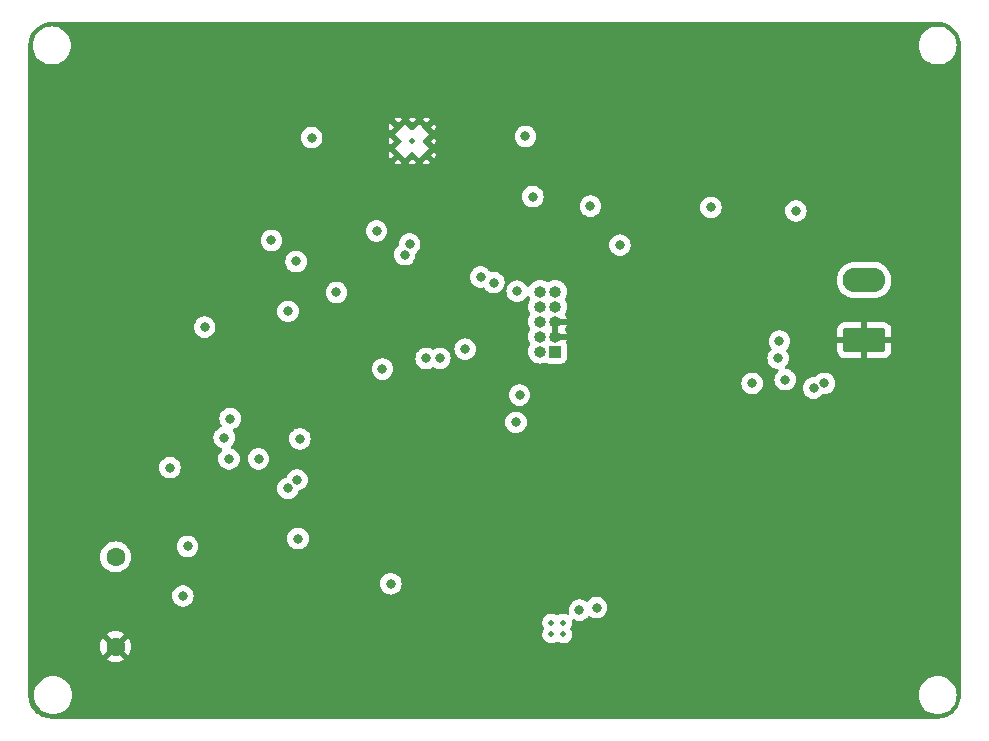
<source format=gbr>
%TF.GenerationSoftware,KiCad,Pcbnew,(6.0.6)*%
%TF.CreationDate,2022-08-28T11:43:10+01:00*%
%TF.ProjectId,task,7461736b-2e6b-4696-9361-645f70636258,rev?*%
%TF.SameCoordinates,Original*%
%TF.FileFunction,Copper,L3,Inr*%
%TF.FilePolarity,Positive*%
%FSLAX46Y46*%
G04 Gerber Fmt 4.6, Leading zero omitted, Abs format (unit mm)*
G04 Created by KiCad (PCBNEW (6.0.6)) date 2022-08-28 11:43:10*
%MOMM*%
%LPD*%
G01*
G04 APERTURE LIST*
G04 Aperture macros list*
%AMRoundRect*
0 Rectangle with rounded corners*
0 $1 Rounding radius*
0 $2 $3 $4 $5 $6 $7 $8 $9 X,Y pos of 4 corners*
0 Add a 4 corners polygon primitive as box body*
4,1,4,$2,$3,$4,$5,$6,$7,$8,$9,$2,$3,0*
0 Add four circle primitives for the rounded corners*
1,1,$1+$1,$2,$3*
1,1,$1+$1,$4,$5*
1,1,$1+$1,$6,$7*
1,1,$1+$1,$8,$9*
0 Add four rect primitives between the rounded corners*
20,1,$1+$1,$2,$3,$4,$5,0*
20,1,$1+$1,$4,$5,$6,$7,0*
20,1,$1+$1,$6,$7,$8,$9,0*
20,1,$1+$1,$8,$9,$2,$3,0*%
G04 Aperture macros list end*
%TA.AperFunction,ComponentPad*%
%ADD10C,0.500000*%
%TD*%
%TA.AperFunction,ComponentPad*%
%ADD11C,1.600000*%
%TD*%
%TA.AperFunction,ComponentPad*%
%ADD12R,1.000000X1.000000*%
%TD*%
%TA.AperFunction,ComponentPad*%
%ADD13O,1.000000X1.000000*%
%TD*%
%TA.AperFunction,ComponentPad*%
%ADD14RoundRect,0.249999X1.550001X-0.790001X1.550001X0.790001X-1.550001X0.790001X-1.550001X-0.790001X0*%
%TD*%
%TA.AperFunction,ComponentPad*%
%ADD15O,3.600000X2.080000*%
%TD*%
%TA.AperFunction,ComponentPad*%
%ADD16C,0.499999*%
%TD*%
%TA.AperFunction,ViaPad*%
%ADD17C,0.800000*%
%TD*%
G04 APERTURE END LIST*
D10*
%TO.N,GND*%
%TO.C,U3*%
X158026550Y-95585000D03*
X156826550Y-95585000D03*
X159226550Y-95585000D03*
X156826550Y-94385000D03*
X158026550Y-94385000D03*
X159226550Y-94385000D03*
X156826550Y-96785000D03*
X158026550Y-96785000D03*
X159226550Y-96785000D03*
%TD*%
D11*
%TO.N,PA0*%
%TO.C,R6*%
X132900000Y-130800000D03*
%TO.N,GND*%
X132900000Y-138400000D03*
%TD*%
D12*
%TO.N,VDD*%
%TO.C,J2*%
X170110000Y-113420000D03*
D13*
%TO.N,SWDIO*%
X168840000Y-113420000D03*
%TO.N,GND*%
X170110000Y-112150000D03*
%TO.N,SWDCLK*%
X168840000Y-112150000D03*
%TO.N,GND*%
X170110000Y-110880000D03*
%TO.N,unconnected-(J2-Pad6)*%
X168840000Y-110880000D03*
%TO.N,unconnected-(J2-Pad7)*%
X170110000Y-109610000D03*
%TO.N,unconnected-(J2-Pad8)*%
X168840000Y-109610000D03*
%TO.N,Net-(J2-Pad9)*%
X170110000Y-108340000D03*
%TO.N,Net-(J2-Pad10)*%
X168840000Y-108340000D03*
%TD*%
D14*
%TO.N,GND*%
%TO.C,J1*%
X196272500Y-112440000D03*
D15*
%TO.N,+12V*%
X196272500Y-107360000D03*
%TD*%
D16*
%TO.N,unconnected-(U2-Pad7)*%
%TO.C,U2*%
X169790000Y-137359999D03*
X170789998Y-137359999D03*
X170789998Y-136359998D03*
X169790000Y-136359998D03*
%TD*%
D17*
%TO.N,GND*%
X193200000Y-105700000D03*
X193300000Y-111300000D03*
%TO.N,NRST*%
X137500000Y-123235500D03*
X147500000Y-125000000D03*
%TO.N,Net-(C8-Pad1)*%
X142600000Y-119100000D03*
X142100000Y-120709500D03*
%TO.N,Net-(Cb1-Pad2)*%
X192915292Y-116098447D03*
X186800000Y-116100000D03*
%TO.N,Net-(Cb2-Pad2)*%
X183300000Y-101200000D03*
X173100000Y-101100000D03*
%TO.N,+12V*%
X192000000Y-116500000D03*
X189100000Y-112530500D03*
X189000000Y-113979500D03*
X189600000Y-115800000D03*
%TO.N,+5V*%
X138600000Y-134100000D03*
X175600000Y-104400000D03*
X190500000Y-101500000D03*
%TO.N,SWDIO*%
X166800000Y-119400000D03*
X167100000Y-117100000D03*
%TO.N,Net-(J2-Pad10)*%
X166900000Y-108300000D03*
X147500000Y-110000000D03*
%TO.N,SCL*%
X173624500Y-135100000D03*
X172175500Y-135300000D03*
%TO.N,PA0*%
X139000000Y-129900000D03*
X148342299Y-129242299D03*
%TO.N,Net-(U1-Pad13)*%
X148500000Y-120800000D03*
X148260667Y-124275500D03*
%TO.N,Chip_EN*%
X155495500Y-114900000D03*
X140443950Y-111343950D03*
%TO.N,Net-(Re1-Pad2)*%
X148187701Y-105787701D03*
X157381617Y-105207723D03*
%TO.N,Net-(Rr1-Pad1)*%
X167600000Y-95200000D03*
X163800000Y-107100000D03*
%TO.N,Reset_n*%
X162500000Y-113200000D03*
X160357253Y-113981753D03*
%TO.N,SPI_SSN*%
X149500000Y-95300000D03*
X156200000Y-133075500D03*
%TO.N,WAKE*%
X159200000Y-114000000D03*
X146100000Y-104000000D03*
%TO.N,GPIO_6*%
X168224500Y-100300000D03*
X164925500Y-107575500D03*
%TO.N,VDD*%
X145000000Y-122500000D03*
X142500000Y-122500000D03*
X151600000Y-108400000D03*
X155000000Y-103200000D03*
X157800000Y-104300000D03*
%TD*%
%TA.AperFunction,Conductor*%
%TO.N,GND*%
G36*
X202470018Y-85510000D02*
G01*
X202484851Y-85512310D01*
X202484855Y-85512310D01*
X202493724Y-85513691D01*
X202510012Y-85511561D01*
X202534589Y-85510767D01*
X202561441Y-85512527D01*
X202751701Y-85524998D01*
X202768041Y-85527149D01*
X202887691Y-85550949D01*
X203007343Y-85574749D01*
X203023257Y-85579013D01*
X203138776Y-85618227D01*
X203254292Y-85657439D01*
X203269519Y-85663746D01*
X203488342Y-85771657D01*
X203502616Y-85779898D01*
X203705478Y-85915447D01*
X203718553Y-85925480D01*
X203901993Y-86086352D01*
X203913648Y-86098007D01*
X204074520Y-86281447D01*
X204084553Y-86294522D01*
X204220102Y-86497384D01*
X204228343Y-86511658D01*
X204336254Y-86730481D01*
X204342561Y-86745708D01*
X204420986Y-86976740D01*
X204425251Y-86992657D01*
X204426992Y-87001409D01*
X204472851Y-87231959D01*
X204475002Y-87248299D01*
X204488763Y-87458236D01*
X204487733Y-87481350D01*
X204487690Y-87484854D01*
X204486309Y-87493724D01*
X204487473Y-87502626D01*
X204487473Y-87502628D01*
X204490436Y-87525283D01*
X204491500Y-87541621D01*
X204491500Y-142450633D01*
X204490000Y-142470018D01*
X204487690Y-142484851D01*
X204487690Y-142484855D01*
X204486309Y-142493724D01*
X204488136Y-142507694D01*
X204488439Y-142510010D01*
X204489233Y-142534590D01*
X204475002Y-142751701D01*
X204472851Y-142768041D01*
X204426083Y-143003164D01*
X204425252Y-143007340D01*
X204420986Y-143023260D01*
X204342561Y-143254292D01*
X204336254Y-143269519D01*
X204228343Y-143488342D01*
X204220102Y-143502616D01*
X204084553Y-143705478D01*
X204074520Y-143718553D01*
X203913648Y-143901993D01*
X203901993Y-143913648D01*
X203718553Y-144074520D01*
X203705478Y-144084553D01*
X203502616Y-144220102D01*
X203488342Y-144228343D01*
X203269519Y-144336254D01*
X203254292Y-144342561D01*
X203138776Y-144381773D01*
X203023257Y-144420987D01*
X203007343Y-144425251D01*
X202887690Y-144449052D01*
X202768041Y-144472851D01*
X202751701Y-144475002D01*
X202610437Y-144484262D01*
X202541763Y-144488763D01*
X202518650Y-144487733D01*
X202515146Y-144487690D01*
X202506276Y-144486309D01*
X202497374Y-144487473D01*
X202497372Y-144487473D01*
X202483915Y-144489233D01*
X202474714Y-144490436D01*
X202458379Y-144491500D01*
X127549367Y-144491500D01*
X127529982Y-144490000D01*
X127515149Y-144487690D01*
X127515145Y-144487690D01*
X127506276Y-144486309D01*
X127489988Y-144488439D01*
X127465411Y-144489233D01*
X127420801Y-144486309D01*
X127248299Y-144475002D01*
X127231959Y-144472851D01*
X127112310Y-144449052D01*
X126992657Y-144425251D01*
X126976743Y-144420987D01*
X126861224Y-144381774D01*
X126745708Y-144342561D01*
X126730481Y-144336254D01*
X126511658Y-144228343D01*
X126497384Y-144220102D01*
X126294522Y-144084553D01*
X126281447Y-144074520D01*
X126098007Y-143913648D01*
X126086352Y-143901993D01*
X125925480Y-143718553D01*
X125915447Y-143705478D01*
X125779898Y-143502616D01*
X125771657Y-143488342D01*
X125663746Y-143269519D01*
X125657439Y-143254292D01*
X125579014Y-143023260D01*
X125574748Y-143007340D01*
X125573918Y-143003164D01*
X125527149Y-142768041D01*
X125524998Y-142751701D01*
X125511476Y-142545407D01*
X125512650Y-142522232D01*
X125512334Y-142522204D01*
X125512770Y-142517344D01*
X125513576Y-142512552D01*
X125513729Y-142500000D01*
X126006526Y-142500000D01*
X126026391Y-142752403D01*
X126085495Y-142998591D01*
X126182384Y-143232502D01*
X126314672Y-143448376D01*
X126479102Y-143640898D01*
X126671624Y-143805328D01*
X126887498Y-143937616D01*
X126892068Y-143939509D01*
X126892072Y-143939511D01*
X127053352Y-144006315D01*
X127121409Y-144034505D01*
X127206032Y-144054821D01*
X127362784Y-144092454D01*
X127362790Y-144092455D01*
X127367597Y-144093609D01*
X127467416Y-144101465D01*
X127554345Y-144108307D01*
X127554352Y-144108307D01*
X127556801Y-144108500D01*
X127683199Y-144108500D01*
X127685648Y-144108307D01*
X127685655Y-144108307D01*
X127772584Y-144101465D01*
X127872403Y-144093609D01*
X127877210Y-144092455D01*
X127877216Y-144092454D01*
X128033968Y-144054821D01*
X128118591Y-144034505D01*
X128186648Y-144006315D01*
X128347928Y-143939511D01*
X128347932Y-143939509D01*
X128352502Y-143937616D01*
X128568376Y-143805328D01*
X128760898Y-143640898D01*
X128925328Y-143448376D01*
X129057616Y-143232502D01*
X129154505Y-142998591D01*
X129213609Y-142752403D01*
X129233474Y-142500000D01*
X200886526Y-142500000D01*
X200906391Y-142752403D01*
X200965495Y-142998591D01*
X201062384Y-143232502D01*
X201194672Y-143448376D01*
X201359102Y-143640898D01*
X201551624Y-143805328D01*
X201767498Y-143937616D01*
X201772068Y-143939509D01*
X201772072Y-143939511D01*
X201933352Y-144006315D01*
X202001409Y-144034505D01*
X202086032Y-144054821D01*
X202242784Y-144092454D01*
X202242790Y-144092455D01*
X202247597Y-144093609D01*
X202347416Y-144101465D01*
X202434345Y-144108307D01*
X202434352Y-144108307D01*
X202436801Y-144108500D01*
X202563199Y-144108500D01*
X202565648Y-144108307D01*
X202565655Y-144108307D01*
X202652584Y-144101465D01*
X202752403Y-144093609D01*
X202757210Y-144092455D01*
X202757216Y-144092454D01*
X202913968Y-144054821D01*
X202998591Y-144034505D01*
X203066648Y-144006315D01*
X203227928Y-143939511D01*
X203227932Y-143939509D01*
X203232502Y-143937616D01*
X203448376Y-143805328D01*
X203640898Y-143640898D01*
X203805328Y-143448376D01*
X203937616Y-143232502D01*
X204034505Y-142998591D01*
X204093609Y-142752403D01*
X204113474Y-142500000D01*
X204093609Y-142247597D01*
X204034505Y-142001409D01*
X203937616Y-141767498D01*
X203805328Y-141551624D01*
X203640898Y-141359102D01*
X203448376Y-141194672D01*
X203232502Y-141062384D01*
X203227932Y-141060491D01*
X203227928Y-141060489D01*
X203003164Y-140967389D01*
X203003162Y-140967388D01*
X202998591Y-140965495D01*
X202913968Y-140945179D01*
X202757216Y-140907546D01*
X202757210Y-140907545D01*
X202752403Y-140906391D01*
X202652584Y-140898535D01*
X202565655Y-140891693D01*
X202565648Y-140891693D01*
X202563199Y-140891500D01*
X202436801Y-140891500D01*
X202434352Y-140891693D01*
X202434345Y-140891693D01*
X202347416Y-140898535D01*
X202247597Y-140906391D01*
X202242790Y-140907545D01*
X202242784Y-140907546D01*
X202086032Y-140945179D01*
X202001409Y-140965495D01*
X201996838Y-140967388D01*
X201996836Y-140967389D01*
X201772072Y-141060489D01*
X201772068Y-141060491D01*
X201767498Y-141062384D01*
X201551624Y-141194672D01*
X201359102Y-141359102D01*
X201194672Y-141551624D01*
X201062384Y-141767498D01*
X200965495Y-142001409D01*
X200906391Y-142247597D01*
X200886526Y-142500000D01*
X129233474Y-142500000D01*
X129213609Y-142247597D01*
X129154505Y-142001409D01*
X129057616Y-141767498D01*
X128925328Y-141551624D01*
X128760898Y-141359102D01*
X128568376Y-141194672D01*
X128352502Y-141062384D01*
X128347932Y-141060491D01*
X128347928Y-141060489D01*
X128123164Y-140967389D01*
X128123162Y-140967388D01*
X128118591Y-140965495D01*
X128033968Y-140945179D01*
X127877216Y-140907546D01*
X127877210Y-140907545D01*
X127872403Y-140906391D01*
X127772584Y-140898535D01*
X127685655Y-140891693D01*
X127685648Y-140891693D01*
X127683199Y-140891500D01*
X127556801Y-140891500D01*
X127554352Y-140891693D01*
X127554345Y-140891693D01*
X127467416Y-140898535D01*
X127367597Y-140906391D01*
X127362790Y-140907545D01*
X127362784Y-140907546D01*
X127206032Y-140945179D01*
X127121409Y-140965495D01*
X127116838Y-140967388D01*
X127116836Y-140967389D01*
X126892072Y-141060489D01*
X126892068Y-141060491D01*
X126887498Y-141062384D01*
X126671624Y-141194672D01*
X126479102Y-141359102D01*
X126314672Y-141551624D01*
X126182384Y-141767498D01*
X126085495Y-142001409D01*
X126026391Y-142247597D01*
X126006526Y-142500000D01*
X125513729Y-142500000D01*
X125509773Y-142472376D01*
X125508500Y-142454514D01*
X125508500Y-139486062D01*
X132178493Y-139486062D01*
X132187789Y-139498077D01*
X132238994Y-139533931D01*
X132248489Y-139539414D01*
X132445947Y-139631490D01*
X132456239Y-139635236D01*
X132666688Y-139691625D01*
X132677481Y-139693528D01*
X132894525Y-139712517D01*
X132905475Y-139712517D01*
X133122519Y-139693528D01*
X133133312Y-139691625D01*
X133343761Y-139635236D01*
X133354053Y-139631490D01*
X133551511Y-139539414D01*
X133561006Y-139533931D01*
X133613048Y-139497491D01*
X133621424Y-139487012D01*
X133614356Y-139473566D01*
X132912812Y-138772022D01*
X132898868Y-138764408D01*
X132897035Y-138764539D01*
X132890420Y-138768790D01*
X132184923Y-139474287D01*
X132178493Y-139486062D01*
X125508500Y-139486062D01*
X125508500Y-138405475D01*
X131587483Y-138405475D01*
X131606472Y-138622519D01*
X131608375Y-138633312D01*
X131664764Y-138843761D01*
X131668510Y-138854053D01*
X131760586Y-139051511D01*
X131766069Y-139061006D01*
X131802509Y-139113048D01*
X131812988Y-139121424D01*
X131826434Y-139114356D01*
X132527978Y-138412812D01*
X132534356Y-138401132D01*
X133264408Y-138401132D01*
X133264539Y-138402965D01*
X133268790Y-138409580D01*
X133974287Y-139115077D01*
X133986062Y-139121507D01*
X133998077Y-139112211D01*
X134033931Y-139061006D01*
X134039414Y-139051511D01*
X134131490Y-138854053D01*
X134135236Y-138843761D01*
X134191625Y-138633312D01*
X134193528Y-138622519D01*
X134212517Y-138405475D01*
X134212517Y-138394525D01*
X134193528Y-138177481D01*
X134191625Y-138166688D01*
X134135236Y-137956239D01*
X134131490Y-137945947D01*
X134039414Y-137748489D01*
X134033931Y-137738994D01*
X133997491Y-137686952D01*
X133987012Y-137678576D01*
X133973566Y-137685644D01*
X133272022Y-138387188D01*
X133264408Y-138401132D01*
X132534356Y-138401132D01*
X132535592Y-138398868D01*
X132535461Y-138397035D01*
X132531210Y-138390420D01*
X131825713Y-137684923D01*
X131813938Y-137678493D01*
X131801923Y-137687789D01*
X131766069Y-137738994D01*
X131760586Y-137748489D01*
X131668510Y-137945947D01*
X131664764Y-137956239D01*
X131608375Y-138166688D01*
X131606472Y-138177481D01*
X131587483Y-138394525D01*
X131587483Y-138405475D01*
X125508500Y-138405475D01*
X125508500Y-137312988D01*
X132178576Y-137312988D01*
X132185644Y-137326434D01*
X132887188Y-138027978D01*
X132901132Y-138035592D01*
X132902965Y-138035461D01*
X132909580Y-138031210D01*
X133591448Y-137349342D01*
X169026776Y-137349342D01*
X169043382Y-137518698D01*
X169097095Y-137680166D01*
X169100742Y-137686188D01*
X169100743Y-137686190D01*
X169138473Y-137748489D01*
X169185247Y-137825722D01*
X169190143Y-137830792D01*
X169209307Y-137850637D01*
X169303456Y-137948130D01*
X169445846Y-138041308D01*
X169605342Y-138100624D01*
X169612323Y-138101555D01*
X169612325Y-138101556D01*
X169658426Y-138107707D01*
X169774015Y-138123130D01*
X169781026Y-138122492D01*
X169781030Y-138122492D01*
X169936461Y-138108346D01*
X169943482Y-138107707D01*
X169950184Y-138105529D01*
X169950186Y-138105529D01*
X170098623Y-138057299D01*
X170098626Y-138057298D01*
X170105322Y-138055122D01*
X170128495Y-138041308D01*
X170226934Y-137982627D01*
X170295689Y-137964927D01*
X170360444Y-137985424D01*
X170404989Y-138014573D01*
X170445844Y-138041308D01*
X170605340Y-138100624D01*
X170612321Y-138101555D01*
X170612323Y-138101556D01*
X170658424Y-138107707D01*
X170774013Y-138123130D01*
X170781024Y-138122492D01*
X170781028Y-138122492D01*
X170936459Y-138108346D01*
X170943480Y-138107707D01*
X170950182Y-138105529D01*
X170950184Y-138105529D01*
X171098621Y-138057299D01*
X171098624Y-138057298D01*
X171105320Y-138055122D01*
X171226932Y-137982627D01*
X171245432Y-137971599D01*
X171245435Y-137971597D01*
X171251487Y-137967989D01*
X171374718Y-137850637D01*
X171468888Y-137708901D01*
X171477515Y-137686190D01*
X171526815Y-137556408D01*
X171526816Y-137556405D01*
X171529316Y-137549823D01*
X171552998Y-137381312D01*
X171553296Y-137359999D01*
X171534328Y-137190891D01*
X171478365Y-137030189D01*
X171474631Y-137024214D01*
X171474629Y-137024209D01*
X171413343Y-136926130D01*
X171394207Y-136857761D01*
X171415249Y-136789634D01*
X171464991Y-136714767D01*
X171464995Y-136714760D01*
X171468888Y-136708900D01*
X171477517Y-136686184D01*
X171526815Y-136556407D01*
X171526816Y-136556404D01*
X171529316Y-136549822D01*
X171552998Y-136381311D01*
X171553296Y-136359998D01*
X171537301Y-136217392D01*
X171549586Y-136147467D01*
X171597725Y-136095283D01*
X171666434Y-136077409D01*
X171718280Y-136092169D01*
X171718748Y-136091118D01*
X171845311Y-136147467D01*
X171893212Y-136168794D01*
X171981235Y-136187504D01*
X172073556Y-136207128D01*
X172073561Y-136207128D01*
X172080013Y-136208500D01*
X172270987Y-136208500D01*
X172277439Y-136207128D01*
X172277444Y-136207128D01*
X172369765Y-136187504D01*
X172457788Y-136168794D01*
X172463819Y-136166109D01*
X172626222Y-136093803D01*
X172626224Y-136093802D01*
X172632252Y-136091118D01*
X172786753Y-135978866D01*
X172798240Y-135966109D01*
X172863344Y-135893803D01*
X172909276Y-135842791D01*
X172969721Y-135805551D01*
X173040704Y-135806903D01*
X173076972Y-135825165D01*
X173167748Y-135891118D01*
X173173776Y-135893802D01*
X173173778Y-135893803D01*
X173336181Y-135966109D01*
X173342212Y-135968794D01*
X173407865Y-135982749D01*
X173522556Y-136007128D01*
X173522561Y-136007128D01*
X173529013Y-136008500D01*
X173719987Y-136008500D01*
X173726439Y-136007128D01*
X173726444Y-136007128D01*
X173841135Y-135982749D01*
X173906788Y-135968794D01*
X173912819Y-135966109D01*
X174075222Y-135893803D01*
X174075224Y-135893802D01*
X174081252Y-135891118D01*
X174235753Y-135778866D01*
X174273729Y-135736689D01*
X174359121Y-135641852D01*
X174359122Y-135641851D01*
X174363540Y-135636944D01*
X174459027Y-135471556D01*
X174518042Y-135289928D01*
X174538004Y-135100000D01*
X174519973Y-134928444D01*
X174518732Y-134916635D01*
X174518732Y-134916633D01*
X174518042Y-134910072D01*
X174459027Y-134728444D01*
X174363540Y-134563056D01*
X174358276Y-134557209D01*
X174240175Y-134426045D01*
X174240174Y-134426044D01*
X174235753Y-134421134D01*
X174081252Y-134308882D01*
X174075224Y-134306198D01*
X174075222Y-134306197D01*
X173912819Y-134233891D01*
X173912818Y-134233891D01*
X173906788Y-134231206D01*
X173813388Y-134211353D01*
X173726444Y-134192872D01*
X173726439Y-134192872D01*
X173719987Y-134191500D01*
X173529013Y-134191500D01*
X173522561Y-134192872D01*
X173522556Y-134192872D01*
X173435612Y-134211353D01*
X173342212Y-134231206D01*
X173336182Y-134233891D01*
X173336181Y-134233891D01*
X173173778Y-134306197D01*
X173173776Y-134306198D01*
X173167748Y-134308882D01*
X173013247Y-134421134D01*
X173008826Y-134426044D01*
X173008825Y-134426045D01*
X172978117Y-134460150D01*
X172934239Y-134508882D01*
X172890725Y-134557209D01*
X172830279Y-134594449D01*
X172759296Y-134593097D01*
X172723028Y-134574835D01*
X172637594Y-134512763D01*
X172637593Y-134512762D01*
X172632252Y-134508882D01*
X172626224Y-134506198D01*
X172626222Y-134506197D01*
X172463819Y-134433891D01*
X172463818Y-134433891D01*
X172457788Y-134431206D01*
X172364388Y-134411353D01*
X172277444Y-134392872D01*
X172277439Y-134392872D01*
X172270987Y-134391500D01*
X172080013Y-134391500D01*
X172073561Y-134392872D01*
X172073556Y-134392872D01*
X171986612Y-134411353D01*
X171893212Y-134431206D01*
X171887182Y-134433891D01*
X171887181Y-134433891D01*
X171724778Y-134506197D01*
X171724776Y-134506198D01*
X171718748Y-134508882D01*
X171564247Y-134621134D01*
X171559826Y-134626044D01*
X171559825Y-134626045D01*
X171524536Y-134665238D01*
X171436460Y-134763056D01*
X171340973Y-134928444D01*
X171281958Y-135110072D01*
X171261996Y-135300000D01*
X171262686Y-135306565D01*
X171280629Y-135477279D01*
X171281958Y-135489928D01*
X171283998Y-135496206D01*
X171291252Y-135518532D01*
X171293280Y-135589500D01*
X171256617Y-135650297D01*
X171192905Y-135681623D01*
X171125296Y-135672013D01*
X171124606Y-135673950D01*
X170964298Y-135616867D01*
X170795327Y-135596719D01*
X170788324Y-135597455D01*
X170788323Y-135597455D01*
X170633099Y-135613769D01*
X170633095Y-135613770D01*
X170626091Y-135614506D01*
X170619420Y-135616777D01*
X170471672Y-135667074D01*
X170471669Y-135667075D01*
X170465002Y-135669345D01*
X170459004Y-135673035D01*
X170459002Y-135673036D01*
X170355535Y-135736689D01*
X170287034Y-135755347D01*
X170221998Y-135735756D01*
X170130560Y-135677727D01*
X170130558Y-135677726D01*
X170124608Y-135673950D01*
X169964300Y-135616867D01*
X169795329Y-135596719D01*
X169788326Y-135597455D01*
X169788325Y-135597455D01*
X169633101Y-135613769D01*
X169633097Y-135613770D01*
X169626093Y-135614506D01*
X169619422Y-135616777D01*
X169471674Y-135667074D01*
X169471671Y-135667075D01*
X169465004Y-135669345D01*
X169459006Y-135673035D01*
X169459004Y-135673036D01*
X169451379Y-135677727D01*
X169320067Y-135758511D01*
X169315036Y-135763438D01*
X169315033Y-135763440D01*
X169272031Y-135805551D01*
X169198486Y-135877571D01*
X169106305Y-136020609D01*
X169103896Y-136027229D01*
X169103895Y-136027230D01*
X169085631Y-136077409D01*
X169048104Y-136180514D01*
X169026776Y-136349341D01*
X169043382Y-136518697D01*
X169097095Y-136680165D01*
X169167065Y-136795698D01*
X169185243Y-136864326D01*
X169165199Y-136929223D01*
X169110124Y-137014682D01*
X169110120Y-137014691D01*
X169106305Y-137020610D01*
X169103896Y-137027230D01*
X169103895Y-137027231D01*
X169074361Y-137108375D01*
X169048104Y-137180515D01*
X169026776Y-137349342D01*
X133591448Y-137349342D01*
X133615077Y-137325713D01*
X133621507Y-137313938D01*
X133612211Y-137301923D01*
X133561006Y-137266069D01*
X133551511Y-137260586D01*
X133354053Y-137168510D01*
X133343761Y-137164764D01*
X133133312Y-137108375D01*
X133122519Y-137106472D01*
X132905475Y-137087483D01*
X132894525Y-137087483D01*
X132677481Y-137106472D01*
X132666688Y-137108375D01*
X132456239Y-137164764D01*
X132445947Y-137168510D01*
X132248489Y-137260586D01*
X132238994Y-137266069D01*
X132186952Y-137302509D01*
X132178576Y-137312988D01*
X125508500Y-137312988D01*
X125508500Y-134100000D01*
X137686496Y-134100000D01*
X137706458Y-134289928D01*
X137765473Y-134471556D01*
X137860960Y-134636944D01*
X137988747Y-134778866D01*
X138143248Y-134891118D01*
X138149276Y-134893802D01*
X138149278Y-134893803D01*
X138241200Y-134934729D01*
X138317712Y-134968794D01*
X138411112Y-134988647D01*
X138498056Y-135007128D01*
X138498061Y-135007128D01*
X138504513Y-135008500D01*
X138695487Y-135008500D01*
X138701939Y-135007128D01*
X138701944Y-135007128D01*
X138788888Y-134988647D01*
X138882288Y-134968794D01*
X138958800Y-134934729D01*
X139050722Y-134893803D01*
X139050724Y-134893802D01*
X139056752Y-134891118D01*
X139211253Y-134778866D01*
X139339040Y-134636944D01*
X139434527Y-134471556D01*
X139493542Y-134289928D01*
X139513504Y-134100000D01*
X139493542Y-133910072D01*
X139434527Y-133728444D01*
X139339040Y-133563056D01*
X139211253Y-133421134D01*
X139056752Y-133308882D01*
X139050724Y-133306198D01*
X139050722Y-133306197D01*
X138888319Y-133233891D01*
X138888318Y-133233891D01*
X138882288Y-133231206D01*
X138788888Y-133211353D01*
X138701944Y-133192872D01*
X138701939Y-133192872D01*
X138695487Y-133191500D01*
X138504513Y-133191500D01*
X138498061Y-133192872D01*
X138498056Y-133192872D01*
X138411112Y-133211353D01*
X138317712Y-133231206D01*
X138311682Y-133233891D01*
X138311681Y-133233891D01*
X138149278Y-133306197D01*
X138149276Y-133306198D01*
X138143248Y-133308882D01*
X137988747Y-133421134D01*
X137860960Y-133563056D01*
X137765473Y-133728444D01*
X137706458Y-133910072D01*
X137686496Y-134100000D01*
X125508500Y-134100000D01*
X125508500Y-133075500D01*
X155286496Y-133075500D01*
X155306458Y-133265428D01*
X155365473Y-133447056D01*
X155460960Y-133612444D01*
X155588747Y-133754366D01*
X155743248Y-133866618D01*
X155749276Y-133869302D01*
X155749278Y-133869303D01*
X155911681Y-133941609D01*
X155917712Y-133944294D01*
X156011112Y-133964147D01*
X156098056Y-133982628D01*
X156098061Y-133982628D01*
X156104513Y-133984000D01*
X156295487Y-133984000D01*
X156301939Y-133982628D01*
X156301944Y-133982628D01*
X156388888Y-133964147D01*
X156482288Y-133944294D01*
X156488319Y-133941609D01*
X156650722Y-133869303D01*
X156650724Y-133869302D01*
X156656752Y-133866618D01*
X156811253Y-133754366D01*
X156939040Y-133612444D01*
X157034527Y-133447056D01*
X157093542Y-133265428D01*
X157113504Y-133075500D01*
X157093542Y-132885572D01*
X157034527Y-132703944D01*
X156939040Y-132538556D01*
X156811253Y-132396634D01*
X156656752Y-132284382D01*
X156650724Y-132281698D01*
X156650722Y-132281697D01*
X156488319Y-132209391D01*
X156488318Y-132209391D01*
X156482288Y-132206706D01*
X156388887Y-132186853D01*
X156301944Y-132168372D01*
X156301939Y-132168372D01*
X156295487Y-132167000D01*
X156104513Y-132167000D01*
X156098061Y-132168372D01*
X156098056Y-132168372D01*
X156011113Y-132186853D01*
X155917712Y-132206706D01*
X155911682Y-132209391D01*
X155911681Y-132209391D01*
X155749278Y-132281697D01*
X155749276Y-132281698D01*
X155743248Y-132284382D01*
X155588747Y-132396634D01*
X155460960Y-132538556D01*
X155365473Y-132703944D01*
X155306458Y-132885572D01*
X155286496Y-133075500D01*
X125508500Y-133075500D01*
X125508500Y-130800000D01*
X131586502Y-130800000D01*
X131606457Y-131028087D01*
X131665716Y-131249243D01*
X131668039Y-131254224D01*
X131668039Y-131254225D01*
X131760151Y-131451762D01*
X131760154Y-131451767D01*
X131762477Y-131456749D01*
X131893802Y-131644300D01*
X132055700Y-131806198D01*
X132060208Y-131809355D01*
X132060211Y-131809357D01*
X132138389Y-131864098D01*
X132243251Y-131937523D01*
X132248233Y-131939846D01*
X132248238Y-131939849D01*
X132445775Y-132031961D01*
X132450757Y-132034284D01*
X132456065Y-132035706D01*
X132456067Y-132035707D01*
X132666598Y-132092119D01*
X132666600Y-132092119D01*
X132671913Y-132093543D01*
X132900000Y-132113498D01*
X133128087Y-132093543D01*
X133133400Y-132092119D01*
X133133402Y-132092119D01*
X133343933Y-132035707D01*
X133343935Y-132035706D01*
X133349243Y-132034284D01*
X133354225Y-132031961D01*
X133551762Y-131939849D01*
X133551767Y-131939846D01*
X133556749Y-131937523D01*
X133661611Y-131864098D01*
X133739789Y-131809357D01*
X133739792Y-131809355D01*
X133744300Y-131806198D01*
X133906198Y-131644300D01*
X134037523Y-131456749D01*
X134039846Y-131451767D01*
X134039849Y-131451762D01*
X134131961Y-131254225D01*
X134131961Y-131254224D01*
X134134284Y-131249243D01*
X134193543Y-131028087D01*
X134213498Y-130800000D01*
X134193543Y-130571913D01*
X134134284Y-130350757D01*
X134097352Y-130271556D01*
X134039849Y-130148238D01*
X134039846Y-130148233D01*
X134037523Y-130143251D01*
X133906198Y-129955700D01*
X133850498Y-129900000D01*
X138086496Y-129900000D01*
X138087186Y-129906565D01*
X138100519Y-130033417D01*
X138106458Y-130089928D01*
X138165473Y-130271556D01*
X138260960Y-130436944D01*
X138388747Y-130578866D01*
X138543248Y-130691118D01*
X138549276Y-130693802D01*
X138549278Y-130693803D01*
X138711681Y-130766109D01*
X138717712Y-130768794D01*
X138811113Y-130788647D01*
X138898056Y-130807128D01*
X138898061Y-130807128D01*
X138904513Y-130808500D01*
X139095487Y-130808500D01*
X139101939Y-130807128D01*
X139101944Y-130807128D01*
X139188887Y-130788647D01*
X139282288Y-130768794D01*
X139288319Y-130766109D01*
X139450722Y-130693803D01*
X139450724Y-130693802D01*
X139456752Y-130691118D01*
X139611253Y-130578866D01*
X139739040Y-130436944D01*
X139834527Y-130271556D01*
X139893542Y-130089928D01*
X139899482Y-130033417D01*
X139912814Y-129906565D01*
X139913504Y-129900000D01*
X139893542Y-129710072D01*
X139834527Y-129528444D01*
X139739040Y-129363056D01*
X139630310Y-129242299D01*
X147428795Y-129242299D01*
X147448757Y-129432227D01*
X147507772Y-129613855D01*
X147603259Y-129779243D01*
X147607677Y-129784150D01*
X147607678Y-129784151D01*
X147616368Y-129793802D01*
X147731046Y-129921165D01*
X147885547Y-130033417D01*
X147891575Y-130036101D01*
X147891577Y-130036102D01*
X148012473Y-130089928D01*
X148060011Y-130111093D01*
X148153412Y-130130946D01*
X148240355Y-130149427D01*
X148240360Y-130149427D01*
X148246812Y-130150799D01*
X148437786Y-130150799D01*
X148444238Y-130149427D01*
X148444243Y-130149427D01*
X148531186Y-130130946D01*
X148624587Y-130111093D01*
X148672125Y-130089928D01*
X148793021Y-130036102D01*
X148793023Y-130036101D01*
X148799051Y-130033417D01*
X148953552Y-129921165D01*
X149068230Y-129793802D01*
X149076920Y-129784151D01*
X149076921Y-129784150D01*
X149081339Y-129779243D01*
X149176826Y-129613855D01*
X149235841Y-129432227D01*
X149255803Y-129242299D01*
X149254095Y-129226045D01*
X149236531Y-129058934D01*
X149236531Y-129058932D01*
X149235841Y-129052371D01*
X149176826Y-128870743D01*
X149081339Y-128705355D01*
X148953552Y-128563433D01*
X148799051Y-128451181D01*
X148793023Y-128448497D01*
X148793021Y-128448496D01*
X148630618Y-128376190D01*
X148630617Y-128376190D01*
X148624587Y-128373505D01*
X148531187Y-128353652D01*
X148444243Y-128335171D01*
X148444238Y-128335171D01*
X148437786Y-128333799D01*
X148246812Y-128333799D01*
X148240360Y-128335171D01*
X148240355Y-128335171D01*
X148153411Y-128353652D01*
X148060011Y-128373505D01*
X148053981Y-128376190D01*
X148053980Y-128376190D01*
X147891577Y-128448496D01*
X147891575Y-128448497D01*
X147885547Y-128451181D01*
X147731046Y-128563433D01*
X147603259Y-128705355D01*
X147507772Y-128870743D01*
X147448757Y-129052371D01*
X147448067Y-129058932D01*
X147448067Y-129058934D01*
X147430503Y-129226045D01*
X147428795Y-129242299D01*
X139630310Y-129242299D01*
X139611253Y-129221134D01*
X139456752Y-129108882D01*
X139450724Y-129106198D01*
X139450722Y-129106197D01*
X139288319Y-129033891D01*
X139288318Y-129033891D01*
X139282288Y-129031206D01*
X139188888Y-129011353D01*
X139101944Y-128992872D01*
X139101939Y-128992872D01*
X139095487Y-128991500D01*
X138904513Y-128991500D01*
X138898061Y-128992872D01*
X138898056Y-128992872D01*
X138811112Y-129011353D01*
X138717712Y-129031206D01*
X138711682Y-129033891D01*
X138711681Y-129033891D01*
X138549278Y-129106197D01*
X138549276Y-129106198D01*
X138543248Y-129108882D01*
X138388747Y-129221134D01*
X138260960Y-129363056D01*
X138165473Y-129528444D01*
X138106458Y-129710072D01*
X138086496Y-129900000D01*
X133850498Y-129900000D01*
X133744300Y-129793802D01*
X133739792Y-129790645D01*
X133739789Y-129790643D01*
X133634094Y-129716635D01*
X133556749Y-129662477D01*
X133551767Y-129660154D01*
X133551762Y-129660151D01*
X133354225Y-129568039D01*
X133354224Y-129568039D01*
X133349243Y-129565716D01*
X133343935Y-129564294D01*
X133343933Y-129564293D01*
X133133402Y-129507881D01*
X133133400Y-129507881D01*
X133128087Y-129506457D01*
X132900000Y-129486502D01*
X132671913Y-129506457D01*
X132666600Y-129507881D01*
X132666598Y-129507881D01*
X132456067Y-129564293D01*
X132456065Y-129564294D01*
X132450757Y-129565716D01*
X132445776Y-129568039D01*
X132445775Y-129568039D01*
X132248238Y-129660151D01*
X132248233Y-129660154D01*
X132243251Y-129662477D01*
X132165906Y-129716635D01*
X132060211Y-129790643D01*
X132060208Y-129790645D01*
X132055700Y-129793802D01*
X131893802Y-129955700D01*
X131762477Y-130143251D01*
X131760154Y-130148233D01*
X131760151Y-130148238D01*
X131702648Y-130271556D01*
X131665716Y-130350757D01*
X131606457Y-130571913D01*
X131586502Y-130800000D01*
X125508500Y-130800000D01*
X125508500Y-125000000D01*
X146586496Y-125000000D01*
X146587186Y-125006565D01*
X146601380Y-125141609D01*
X146606458Y-125189928D01*
X146665473Y-125371556D01*
X146760960Y-125536944D01*
X146888747Y-125678866D01*
X147043248Y-125791118D01*
X147049276Y-125793802D01*
X147049278Y-125793803D01*
X147211681Y-125866109D01*
X147217712Y-125868794D01*
X147311112Y-125888647D01*
X147398056Y-125907128D01*
X147398061Y-125907128D01*
X147404513Y-125908500D01*
X147595487Y-125908500D01*
X147601939Y-125907128D01*
X147601944Y-125907128D01*
X147688888Y-125888647D01*
X147782288Y-125868794D01*
X147788319Y-125866109D01*
X147950722Y-125793803D01*
X147950724Y-125793802D01*
X147956752Y-125791118D01*
X148111253Y-125678866D01*
X148239040Y-125536944D01*
X148334527Y-125371556D01*
X148375905Y-125244209D01*
X148415979Y-125185604D01*
X148469541Y-125159900D01*
X148536489Y-125145669D01*
X148536494Y-125145667D01*
X148542955Y-125144294D01*
X148548986Y-125141609D01*
X148711389Y-125069303D01*
X148711391Y-125069302D01*
X148717419Y-125066618D01*
X148871920Y-124954366D01*
X148999707Y-124812444D01*
X149095194Y-124647056D01*
X149154209Y-124465428D01*
X149174171Y-124275500D01*
X149160206Y-124142628D01*
X149154899Y-124092135D01*
X149154899Y-124092133D01*
X149154209Y-124085572D01*
X149095194Y-123903944D01*
X148999707Y-123738556D01*
X148871920Y-123596634D01*
X148717419Y-123484382D01*
X148711391Y-123481698D01*
X148711389Y-123481697D01*
X148548986Y-123409391D01*
X148548985Y-123409391D01*
X148542955Y-123406706D01*
X148449554Y-123386853D01*
X148362611Y-123368372D01*
X148362606Y-123368372D01*
X148356154Y-123367000D01*
X148165180Y-123367000D01*
X148158728Y-123368372D01*
X148158723Y-123368372D01*
X148071780Y-123386853D01*
X147978379Y-123406706D01*
X147972349Y-123409391D01*
X147972348Y-123409391D01*
X147809945Y-123481697D01*
X147809943Y-123481698D01*
X147803915Y-123484382D01*
X147649414Y-123596634D01*
X147521627Y-123738556D01*
X147426140Y-123903944D01*
X147424099Y-123910226D01*
X147384762Y-124031291D01*
X147344688Y-124089896D01*
X147291126Y-124115600D01*
X147224178Y-124129831D01*
X147224173Y-124129833D01*
X147217712Y-124131206D01*
X147211682Y-124133891D01*
X147211681Y-124133891D01*
X147049278Y-124206197D01*
X147049276Y-124206198D01*
X147043248Y-124208882D01*
X146888747Y-124321134D01*
X146760960Y-124463056D01*
X146665473Y-124628444D01*
X146606458Y-124810072D01*
X146586496Y-125000000D01*
X125508500Y-125000000D01*
X125508500Y-123235500D01*
X136586496Y-123235500D01*
X136587186Y-123242065D01*
X136604535Y-123407128D01*
X136606458Y-123425428D01*
X136665473Y-123607056D01*
X136760960Y-123772444D01*
X136888747Y-123914366D01*
X137043248Y-124026618D01*
X137049276Y-124029302D01*
X137049278Y-124029303D01*
X137175661Y-124085572D01*
X137217712Y-124104294D01*
X137311113Y-124124147D01*
X137398056Y-124142628D01*
X137398061Y-124142628D01*
X137404513Y-124144000D01*
X137595487Y-124144000D01*
X137601939Y-124142628D01*
X137601944Y-124142628D01*
X137688887Y-124124147D01*
X137782288Y-124104294D01*
X137824339Y-124085572D01*
X137950722Y-124029303D01*
X137950724Y-124029302D01*
X137956752Y-124026618D01*
X138111253Y-123914366D01*
X138239040Y-123772444D01*
X138334527Y-123607056D01*
X138393542Y-123425428D01*
X138395466Y-123407128D01*
X138412814Y-123242065D01*
X138413504Y-123235500D01*
X138407552Y-123178866D01*
X138394232Y-123052135D01*
X138394232Y-123052133D01*
X138393542Y-123045572D01*
X138334527Y-122863944D01*
X138239040Y-122698556D01*
X138111253Y-122556634D01*
X137956752Y-122444382D01*
X137950724Y-122441698D01*
X137950722Y-122441697D01*
X137788319Y-122369391D01*
X137788318Y-122369391D01*
X137782288Y-122366706D01*
X137688887Y-122346853D01*
X137601944Y-122328372D01*
X137601939Y-122328372D01*
X137595487Y-122327000D01*
X137404513Y-122327000D01*
X137398061Y-122328372D01*
X137398056Y-122328372D01*
X137311113Y-122346853D01*
X137217712Y-122366706D01*
X137211682Y-122369391D01*
X137211681Y-122369391D01*
X137049278Y-122441697D01*
X137049276Y-122441698D01*
X137043248Y-122444382D01*
X136888747Y-122556634D01*
X136760960Y-122698556D01*
X136665473Y-122863944D01*
X136606458Y-123045572D01*
X136605768Y-123052133D01*
X136605768Y-123052135D01*
X136592448Y-123178866D01*
X136586496Y-123235500D01*
X125508500Y-123235500D01*
X125508500Y-120709500D01*
X141186496Y-120709500D01*
X141206458Y-120899428D01*
X141265473Y-121081056D01*
X141360960Y-121246444D01*
X141488747Y-121388366D01*
X141502306Y-121398217D01*
X141618654Y-121482749D01*
X141643248Y-121500618D01*
X141649276Y-121503302D01*
X141649278Y-121503303D01*
X141703671Y-121527520D01*
X141817712Y-121578294D01*
X141824167Y-121579666D01*
X141824176Y-121579669D01*
X141854441Y-121586102D01*
X141916914Y-121619830D01*
X141951235Y-121681980D01*
X141946507Y-121752819D01*
X141902305Y-121811283D01*
X141894094Y-121817249D01*
X141888747Y-121821134D01*
X141760960Y-121963056D01*
X141665473Y-122128444D01*
X141606458Y-122310072D01*
X141605768Y-122316633D01*
X141605768Y-122316635D01*
X141600223Y-122369391D01*
X141586496Y-122500000D01*
X141587186Y-122506565D01*
X141592965Y-122561545D01*
X141606458Y-122689928D01*
X141665473Y-122871556D01*
X141760960Y-123036944D01*
X141888747Y-123178866D01*
X142043248Y-123291118D01*
X142049276Y-123293802D01*
X142049278Y-123293803D01*
X142211681Y-123366109D01*
X142217712Y-123368794D01*
X142311112Y-123388647D01*
X142398056Y-123407128D01*
X142398061Y-123407128D01*
X142404513Y-123408500D01*
X142595487Y-123408500D01*
X142601939Y-123407128D01*
X142601944Y-123407128D01*
X142688888Y-123388647D01*
X142782288Y-123368794D01*
X142788319Y-123366109D01*
X142950722Y-123293803D01*
X142950724Y-123293802D01*
X142956752Y-123291118D01*
X143111253Y-123178866D01*
X143239040Y-123036944D01*
X143334527Y-122871556D01*
X143393542Y-122689928D01*
X143407036Y-122561545D01*
X143412814Y-122506565D01*
X143413504Y-122500000D01*
X144086496Y-122500000D01*
X144087186Y-122506565D01*
X144092965Y-122561545D01*
X144106458Y-122689928D01*
X144165473Y-122871556D01*
X144260960Y-123036944D01*
X144388747Y-123178866D01*
X144543248Y-123291118D01*
X144549276Y-123293802D01*
X144549278Y-123293803D01*
X144711681Y-123366109D01*
X144717712Y-123368794D01*
X144811112Y-123388647D01*
X144898056Y-123407128D01*
X144898061Y-123407128D01*
X144904513Y-123408500D01*
X145095487Y-123408500D01*
X145101939Y-123407128D01*
X145101944Y-123407128D01*
X145188888Y-123388647D01*
X145282288Y-123368794D01*
X145288319Y-123366109D01*
X145450722Y-123293803D01*
X145450724Y-123293802D01*
X145456752Y-123291118D01*
X145611253Y-123178866D01*
X145739040Y-123036944D01*
X145834527Y-122871556D01*
X145893542Y-122689928D01*
X145907036Y-122561545D01*
X145912814Y-122506565D01*
X145913504Y-122500000D01*
X145899777Y-122369391D01*
X145894232Y-122316635D01*
X145894232Y-122316633D01*
X145893542Y-122310072D01*
X145834527Y-122128444D01*
X145739040Y-121963056D01*
X145611253Y-121821134D01*
X145456752Y-121708882D01*
X145450724Y-121706198D01*
X145450722Y-121706197D01*
X145288319Y-121633891D01*
X145288318Y-121633891D01*
X145282288Y-121631206D01*
X145188887Y-121611353D01*
X145101944Y-121592872D01*
X145101939Y-121592872D01*
X145095487Y-121591500D01*
X144904513Y-121591500D01*
X144898061Y-121592872D01*
X144898056Y-121592872D01*
X144811113Y-121611353D01*
X144717712Y-121631206D01*
X144711682Y-121633891D01*
X144711681Y-121633891D01*
X144549278Y-121706197D01*
X144549276Y-121706198D01*
X144543248Y-121708882D01*
X144388747Y-121821134D01*
X144260960Y-121963056D01*
X144165473Y-122128444D01*
X144106458Y-122310072D01*
X144105768Y-122316633D01*
X144105768Y-122316635D01*
X144100223Y-122369391D01*
X144086496Y-122500000D01*
X143413504Y-122500000D01*
X143399777Y-122369391D01*
X143394232Y-122316635D01*
X143394232Y-122316633D01*
X143393542Y-122310072D01*
X143334527Y-122128444D01*
X143239040Y-121963056D01*
X143111253Y-121821134D01*
X142956752Y-121708882D01*
X142950724Y-121706198D01*
X142950722Y-121706197D01*
X142788319Y-121633891D01*
X142788318Y-121633891D01*
X142782288Y-121631206D01*
X142775833Y-121629834D01*
X142775824Y-121629831D01*
X142745559Y-121623398D01*
X142683086Y-121589670D01*
X142648765Y-121527520D01*
X142653493Y-121456681D01*
X142697695Y-121398217D01*
X142705906Y-121392251D01*
X142705907Y-121392250D01*
X142711253Y-121388366D01*
X142839040Y-121246444D01*
X142934527Y-121081056D01*
X142993542Y-120899428D01*
X143003992Y-120800000D01*
X147586496Y-120800000D01*
X147606458Y-120989928D01*
X147665473Y-121171556D01*
X147760960Y-121336944D01*
X147765378Y-121341851D01*
X147765379Y-121341852D01*
X147884325Y-121473955D01*
X147888747Y-121478866D01*
X148043248Y-121591118D01*
X148049276Y-121593802D01*
X148049278Y-121593803D01*
X148139318Y-121633891D01*
X148217712Y-121668794D01*
X148311112Y-121688647D01*
X148398056Y-121707128D01*
X148398061Y-121707128D01*
X148404513Y-121708500D01*
X148595487Y-121708500D01*
X148601939Y-121707128D01*
X148601944Y-121707128D01*
X148688888Y-121688647D01*
X148782288Y-121668794D01*
X148860682Y-121633891D01*
X148950722Y-121593803D01*
X148950724Y-121593802D01*
X148956752Y-121591118D01*
X149111253Y-121478866D01*
X149115675Y-121473955D01*
X149234621Y-121341852D01*
X149234622Y-121341851D01*
X149239040Y-121336944D01*
X149334527Y-121171556D01*
X149393542Y-120989928D01*
X149413504Y-120800000D01*
X149393542Y-120610072D01*
X149334527Y-120428444D01*
X149239040Y-120263056D01*
X149176685Y-120193803D01*
X149115675Y-120126045D01*
X149115674Y-120126044D01*
X149111253Y-120121134D01*
X148986691Y-120030634D01*
X148962094Y-120012763D01*
X148962093Y-120012762D01*
X148956752Y-120008882D01*
X148950724Y-120006198D01*
X148950722Y-120006197D01*
X148788319Y-119933891D01*
X148788318Y-119933891D01*
X148782288Y-119931206D01*
X148688888Y-119911353D01*
X148601944Y-119892872D01*
X148601939Y-119892872D01*
X148595487Y-119891500D01*
X148404513Y-119891500D01*
X148398061Y-119892872D01*
X148398056Y-119892872D01*
X148311112Y-119911353D01*
X148217712Y-119931206D01*
X148211682Y-119933891D01*
X148211681Y-119933891D01*
X148049278Y-120006197D01*
X148049276Y-120006198D01*
X148043248Y-120008882D01*
X148037907Y-120012762D01*
X148037906Y-120012763D01*
X148013309Y-120030634D01*
X147888747Y-120121134D01*
X147884326Y-120126044D01*
X147884325Y-120126045D01*
X147823316Y-120193803D01*
X147760960Y-120263056D01*
X147665473Y-120428444D01*
X147606458Y-120610072D01*
X147586496Y-120800000D01*
X143003992Y-120800000D01*
X143013504Y-120709500D01*
X142993542Y-120519572D01*
X142934527Y-120337944D01*
X142917528Y-120308500D01*
X142842341Y-120178274D01*
X142839040Y-120172556D01*
X142834620Y-120167648D01*
X142830741Y-120162308D01*
X142832268Y-120161199D01*
X142805491Y-120105409D01*
X142814253Y-120034955D01*
X142859713Y-119980422D01*
X142882530Y-119969338D01*
X142882288Y-119968794D01*
X143050722Y-119893803D01*
X143050724Y-119893802D01*
X143056752Y-119891118D01*
X143211253Y-119778866D01*
X143339040Y-119636944D01*
X143434527Y-119471556D01*
X143457777Y-119400000D01*
X165886496Y-119400000D01*
X165906458Y-119589928D01*
X165965473Y-119771556D01*
X165968776Y-119777278D01*
X165968777Y-119777279D01*
X165998683Y-119829078D01*
X166060960Y-119936944D01*
X166065378Y-119941851D01*
X166065379Y-119941852D01*
X166125389Y-120008500D01*
X166188747Y-120078866D01*
X166343248Y-120191118D01*
X166349276Y-120193802D01*
X166349278Y-120193803D01*
X166504824Y-120263056D01*
X166517712Y-120268794D01*
X166611112Y-120288647D01*
X166698056Y-120307128D01*
X166698061Y-120307128D01*
X166704513Y-120308500D01*
X166895487Y-120308500D01*
X166901939Y-120307128D01*
X166901944Y-120307128D01*
X166988888Y-120288647D01*
X167082288Y-120268794D01*
X167095176Y-120263056D01*
X167250722Y-120193803D01*
X167250724Y-120193802D01*
X167256752Y-120191118D01*
X167411253Y-120078866D01*
X167474611Y-120008500D01*
X167534621Y-119941852D01*
X167534622Y-119941851D01*
X167539040Y-119936944D01*
X167601317Y-119829078D01*
X167631223Y-119777279D01*
X167631224Y-119777278D01*
X167634527Y-119771556D01*
X167693542Y-119589928D01*
X167713504Y-119400000D01*
X167693542Y-119210072D01*
X167634527Y-119028444D01*
X167539040Y-118863056D01*
X167411253Y-118721134D01*
X167256752Y-118608882D01*
X167250724Y-118606198D01*
X167250722Y-118606197D01*
X167088319Y-118533891D01*
X167088318Y-118533891D01*
X167082288Y-118531206D01*
X166988888Y-118511353D01*
X166901944Y-118492872D01*
X166901939Y-118492872D01*
X166895487Y-118491500D01*
X166704513Y-118491500D01*
X166698061Y-118492872D01*
X166698056Y-118492872D01*
X166611112Y-118511353D01*
X166517712Y-118531206D01*
X166511682Y-118533891D01*
X166511681Y-118533891D01*
X166349278Y-118606197D01*
X166349276Y-118606198D01*
X166343248Y-118608882D01*
X166188747Y-118721134D01*
X166060960Y-118863056D01*
X165965473Y-119028444D01*
X165906458Y-119210072D01*
X165886496Y-119400000D01*
X143457777Y-119400000D01*
X143493542Y-119289928D01*
X143513504Y-119100000D01*
X143493542Y-118910072D01*
X143434527Y-118728444D01*
X143339040Y-118563056D01*
X143211253Y-118421134D01*
X143056752Y-118308882D01*
X143050724Y-118306198D01*
X143050722Y-118306197D01*
X142888319Y-118233891D01*
X142888318Y-118233891D01*
X142882288Y-118231206D01*
X142788888Y-118211353D01*
X142701944Y-118192872D01*
X142701939Y-118192872D01*
X142695487Y-118191500D01*
X142504513Y-118191500D01*
X142498061Y-118192872D01*
X142498056Y-118192872D01*
X142411112Y-118211353D01*
X142317712Y-118231206D01*
X142311682Y-118233891D01*
X142311681Y-118233891D01*
X142149278Y-118306197D01*
X142149276Y-118306198D01*
X142143248Y-118308882D01*
X141988747Y-118421134D01*
X141860960Y-118563056D01*
X141765473Y-118728444D01*
X141706458Y-118910072D01*
X141686496Y-119100000D01*
X141706458Y-119289928D01*
X141765473Y-119471556D01*
X141860960Y-119636944D01*
X141865380Y-119641852D01*
X141869259Y-119647192D01*
X141867732Y-119648301D01*
X141894509Y-119704091D01*
X141885747Y-119774545D01*
X141840287Y-119829078D01*
X141817470Y-119840162D01*
X141817712Y-119840706D01*
X141649278Y-119915697D01*
X141649276Y-119915698D01*
X141643248Y-119918382D01*
X141488747Y-120030634D01*
X141484326Y-120035544D01*
X141484325Y-120035545D01*
X141402839Y-120126045D01*
X141360960Y-120172556D01*
X141357659Y-120178274D01*
X141282473Y-120308500D01*
X141265473Y-120337944D01*
X141206458Y-120519572D01*
X141186496Y-120709500D01*
X125508500Y-120709500D01*
X125508500Y-117100000D01*
X166186496Y-117100000D01*
X166206458Y-117289928D01*
X166265473Y-117471556D01*
X166360960Y-117636944D01*
X166488747Y-117778866D01*
X166643248Y-117891118D01*
X166649276Y-117893802D01*
X166649278Y-117893803D01*
X166811681Y-117966109D01*
X166817712Y-117968794D01*
X166911113Y-117988647D01*
X166998056Y-118007128D01*
X166998061Y-118007128D01*
X167004513Y-118008500D01*
X167195487Y-118008500D01*
X167201939Y-118007128D01*
X167201944Y-118007128D01*
X167288887Y-117988647D01*
X167382288Y-117968794D01*
X167388319Y-117966109D01*
X167550722Y-117893803D01*
X167550724Y-117893802D01*
X167556752Y-117891118D01*
X167711253Y-117778866D01*
X167839040Y-117636944D01*
X167934527Y-117471556D01*
X167993542Y-117289928D01*
X168013504Y-117100000D01*
X168012814Y-117093435D01*
X167994232Y-116916635D01*
X167994232Y-116916633D01*
X167993542Y-116910072D01*
X167934527Y-116728444D01*
X167839040Y-116563056D01*
X167711253Y-116421134D01*
X167556752Y-116308882D01*
X167550724Y-116306198D01*
X167550722Y-116306197D01*
X167388319Y-116233891D01*
X167388318Y-116233891D01*
X167382288Y-116231206D01*
X167288888Y-116211353D01*
X167201944Y-116192872D01*
X167201939Y-116192872D01*
X167195487Y-116191500D01*
X167004513Y-116191500D01*
X166998061Y-116192872D01*
X166998056Y-116192872D01*
X166911112Y-116211353D01*
X166817712Y-116231206D01*
X166811682Y-116233891D01*
X166811681Y-116233891D01*
X166649278Y-116306197D01*
X166649276Y-116306198D01*
X166643248Y-116308882D01*
X166488747Y-116421134D01*
X166360960Y-116563056D01*
X166265473Y-116728444D01*
X166206458Y-116910072D01*
X166205768Y-116916633D01*
X166205768Y-116916635D01*
X166187186Y-117093435D01*
X166186496Y-117100000D01*
X125508500Y-117100000D01*
X125508500Y-116100000D01*
X185886496Y-116100000D01*
X185906458Y-116289928D01*
X185965473Y-116471556D01*
X186060960Y-116636944D01*
X186065378Y-116641851D01*
X186065379Y-116641852D01*
X186108667Y-116689928D01*
X186188747Y-116778866D01*
X186287843Y-116850864D01*
X186335769Y-116885684D01*
X186343248Y-116891118D01*
X186349276Y-116893802D01*
X186349278Y-116893803D01*
X186400560Y-116916635D01*
X186517712Y-116968794D01*
X186611112Y-116988647D01*
X186698056Y-117007128D01*
X186698061Y-117007128D01*
X186704513Y-117008500D01*
X186895487Y-117008500D01*
X186901939Y-117007128D01*
X186901944Y-117007128D01*
X186988888Y-116988647D01*
X187082288Y-116968794D01*
X187199440Y-116916635D01*
X187250722Y-116893803D01*
X187250724Y-116893802D01*
X187256752Y-116891118D01*
X187264232Y-116885684D01*
X187312157Y-116850864D01*
X187411253Y-116778866D01*
X187491333Y-116689928D01*
X187534621Y-116641852D01*
X187534622Y-116641851D01*
X187539040Y-116636944D01*
X187634527Y-116471556D01*
X187693542Y-116289928D01*
X187713504Y-116100000D01*
X187693542Y-115910072D01*
X187634527Y-115728444D01*
X187539040Y-115563056D01*
X187533223Y-115556595D01*
X187415675Y-115426045D01*
X187415674Y-115426044D01*
X187411253Y-115421134D01*
X187256752Y-115308882D01*
X187250724Y-115306198D01*
X187250722Y-115306197D01*
X187088319Y-115233891D01*
X187088318Y-115233891D01*
X187082288Y-115231206D01*
X186988887Y-115211353D01*
X186901944Y-115192872D01*
X186901939Y-115192872D01*
X186895487Y-115191500D01*
X186704513Y-115191500D01*
X186698061Y-115192872D01*
X186698056Y-115192872D01*
X186611113Y-115211353D01*
X186517712Y-115231206D01*
X186511682Y-115233891D01*
X186511681Y-115233891D01*
X186349278Y-115306197D01*
X186349276Y-115306198D01*
X186343248Y-115308882D01*
X186188747Y-115421134D01*
X186184326Y-115426044D01*
X186184325Y-115426045D01*
X186066778Y-115556595D01*
X186060960Y-115563056D01*
X185965473Y-115728444D01*
X185906458Y-115910072D01*
X185886496Y-116100000D01*
X125508500Y-116100000D01*
X125508500Y-114900000D01*
X154581996Y-114900000D01*
X154601958Y-115089928D01*
X154660973Y-115271556D01*
X154756460Y-115436944D01*
X154884247Y-115578866D01*
X155038748Y-115691118D01*
X155044776Y-115693802D01*
X155044778Y-115693803D01*
X155133212Y-115733176D01*
X155213212Y-115768794D01*
X155306613Y-115788647D01*
X155393556Y-115807128D01*
X155393561Y-115807128D01*
X155400013Y-115808500D01*
X155590987Y-115808500D01*
X155597439Y-115807128D01*
X155597444Y-115807128D01*
X155684387Y-115788647D01*
X155777788Y-115768794D01*
X155857788Y-115733176D01*
X155946222Y-115693803D01*
X155946224Y-115693802D01*
X155952252Y-115691118D01*
X156106753Y-115578866D01*
X156234540Y-115436944D01*
X156330027Y-115271556D01*
X156389042Y-115089928D01*
X156409004Y-114900000D01*
X156395688Y-114773303D01*
X156389732Y-114716635D01*
X156389732Y-114716633D01*
X156389042Y-114710072D01*
X156330027Y-114528444D01*
X156325933Y-114521352D01*
X156268424Y-114421745D01*
X156234540Y-114363056D01*
X156221546Y-114348624D01*
X156111175Y-114226045D01*
X156111174Y-114226044D01*
X156106753Y-114221134D01*
X155978494Y-114127948D01*
X155957594Y-114112763D01*
X155957593Y-114112762D01*
X155952252Y-114108882D01*
X155946224Y-114106198D01*
X155946222Y-114106197D01*
X155783819Y-114033891D01*
X155783818Y-114033891D01*
X155777788Y-114031206D01*
X155661862Y-114006565D01*
X155630977Y-114000000D01*
X158286496Y-114000000D01*
X158287186Y-114006565D01*
X158303614Y-114162865D01*
X158306458Y-114189928D01*
X158365473Y-114371556D01*
X158460960Y-114536944D01*
X158465378Y-114541851D01*
X158465379Y-114541852D01*
X158584325Y-114673955D01*
X158588747Y-114678866D01*
X158672172Y-114739478D01*
X158712792Y-114768990D01*
X158743248Y-114791118D01*
X158749276Y-114793802D01*
X158749278Y-114793803D01*
X158876728Y-114850547D01*
X158917712Y-114868794D01*
X159001614Y-114886628D01*
X159098056Y-114907128D01*
X159098061Y-114907128D01*
X159104513Y-114908500D01*
X159295487Y-114908500D01*
X159301939Y-114907128D01*
X159301944Y-114907128D01*
X159398386Y-114886628D01*
X159482288Y-114868794D01*
X159523272Y-114850547D01*
X159650722Y-114793803D01*
X159650724Y-114793802D01*
X159656752Y-114791118D01*
X159684968Y-114770618D01*
X159717123Y-114747256D01*
X159783991Y-114723397D01*
X159853142Y-114739478D01*
X159865245Y-114747256D01*
X159865675Y-114747568D01*
X159900501Y-114772871D01*
X159906529Y-114775555D01*
X159906531Y-114775556D01*
X159947515Y-114793803D01*
X160074965Y-114850547D01*
X160160810Y-114868794D01*
X160255309Y-114888881D01*
X160255314Y-114888881D01*
X160261766Y-114890253D01*
X160452740Y-114890253D01*
X160459192Y-114888881D01*
X160459197Y-114888881D01*
X160553696Y-114868794D01*
X160639541Y-114850547D01*
X160766991Y-114793803D01*
X160807975Y-114775556D01*
X160807977Y-114775555D01*
X160814005Y-114772871D01*
X160848832Y-114747568D01*
X160923322Y-114693447D01*
X160968506Y-114660619D01*
X160972928Y-114655708D01*
X161091874Y-114523605D01*
X161091875Y-114523604D01*
X161096293Y-114518697D01*
X161158779Y-114410469D01*
X161188476Y-114359032D01*
X161188477Y-114359031D01*
X161191780Y-114353309D01*
X161250795Y-114171681D01*
X161255392Y-114127948D01*
X161270067Y-113988318D01*
X161270757Y-113981753D01*
X161259427Y-113873955D01*
X161251485Y-113798388D01*
X161251485Y-113798386D01*
X161250795Y-113791825D01*
X161191780Y-113610197D01*
X161096293Y-113444809D01*
X161049288Y-113392604D01*
X160972928Y-113307798D01*
X160972927Y-113307797D01*
X160968506Y-113302887D01*
X160847725Y-113215134D01*
X160826895Y-113200000D01*
X161586496Y-113200000D01*
X161587186Y-113206565D01*
X161599228Y-113321134D01*
X161606458Y-113389928D01*
X161665473Y-113571556D01*
X161668776Y-113577278D01*
X161668777Y-113577279D01*
X161683177Y-113602221D01*
X161760960Y-113736944D01*
X161765378Y-113741851D01*
X161765379Y-113741852D01*
X161846492Y-113831937D01*
X161888747Y-113878866D01*
X161987843Y-113950864D01*
X162036657Y-113986329D01*
X162043248Y-113991118D01*
X162049276Y-113993802D01*
X162049278Y-113993803D01*
X162139318Y-114033891D01*
X162217712Y-114068794D01*
X162311113Y-114088647D01*
X162398056Y-114107128D01*
X162398061Y-114107128D01*
X162404513Y-114108500D01*
X162595487Y-114108500D01*
X162601939Y-114107128D01*
X162601944Y-114107128D01*
X162688887Y-114088647D01*
X162782288Y-114068794D01*
X162860682Y-114033891D01*
X162950722Y-113993803D01*
X162950724Y-113993802D01*
X162956752Y-113991118D01*
X162963344Y-113986329D01*
X163012157Y-113950864D01*
X163111253Y-113878866D01*
X163153508Y-113831937D01*
X163234621Y-113741852D01*
X163234622Y-113741851D01*
X163239040Y-113736944D01*
X163316823Y-113602221D01*
X163331223Y-113577279D01*
X163331224Y-113577278D01*
X163334527Y-113571556D01*
X163393542Y-113389928D01*
X163400773Y-113321134D01*
X163412814Y-113206565D01*
X163413504Y-113200000D01*
X163393542Y-113010072D01*
X163334527Y-112828444D01*
X163239040Y-112663056D01*
X163184016Y-112601945D01*
X163115675Y-112526045D01*
X163115674Y-112526044D01*
X163111253Y-112521134D01*
X162956752Y-112408882D01*
X162950724Y-112406198D01*
X162950722Y-112406197D01*
X162788319Y-112333891D01*
X162788318Y-112333891D01*
X162782288Y-112331206D01*
X162688888Y-112311353D01*
X162601944Y-112292872D01*
X162601939Y-112292872D01*
X162595487Y-112291500D01*
X162404513Y-112291500D01*
X162398061Y-112292872D01*
X162398056Y-112292872D01*
X162311112Y-112311353D01*
X162217712Y-112331206D01*
X162211682Y-112333891D01*
X162211681Y-112333891D01*
X162049278Y-112406197D01*
X162049276Y-112406198D01*
X162043248Y-112408882D01*
X161888747Y-112521134D01*
X161884326Y-112526044D01*
X161884325Y-112526045D01*
X161815985Y-112601945D01*
X161760960Y-112663056D01*
X161665473Y-112828444D01*
X161606458Y-113010072D01*
X161586496Y-113200000D01*
X160826895Y-113200000D01*
X160819347Y-113194516D01*
X160819346Y-113194515D01*
X160814005Y-113190635D01*
X160807977Y-113187951D01*
X160807975Y-113187950D01*
X160645572Y-113115644D01*
X160645571Y-113115644D01*
X160639541Y-113112959D01*
X160538585Y-113091500D01*
X160459197Y-113074625D01*
X160459192Y-113074625D01*
X160452740Y-113073253D01*
X160261766Y-113073253D01*
X160255314Y-113074625D01*
X160255309Y-113074625D01*
X160175921Y-113091500D01*
X160074965Y-113112959D01*
X160068935Y-113115644D01*
X160068934Y-113115644D01*
X159906531Y-113187950D01*
X159906529Y-113187951D01*
X159900501Y-113190635D01*
X159895160Y-113194515D01*
X159895159Y-113194516D01*
X159840130Y-113234497D01*
X159773262Y-113258356D01*
X159704111Y-113242275D01*
X159692008Y-113234497D01*
X159662094Y-113212763D01*
X159662093Y-113212762D01*
X159656752Y-113208882D01*
X159650724Y-113206198D01*
X159650722Y-113206197D01*
X159488319Y-113133891D01*
X159488318Y-113133891D01*
X159482288Y-113131206D01*
X159388888Y-113111353D01*
X159301944Y-113092872D01*
X159301939Y-113092872D01*
X159295487Y-113091500D01*
X159104513Y-113091500D01*
X159098061Y-113092872D01*
X159098056Y-113092872D01*
X159011112Y-113111353D01*
X158917712Y-113131206D01*
X158911682Y-113133891D01*
X158911681Y-113133891D01*
X158749278Y-113206197D01*
X158749276Y-113206198D01*
X158743248Y-113208882D01*
X158588747Y-113321134D01*
X158584326Y-113326044D01*
X158584325Y-113326045D01*
X158477390Y-113444809D01*
X158460960Y-113463056D01*
X158365473Y-113628444D01*
X158306458Y-113810072D01*
X158305768Y-113816633D01*
X158305768Y-113816635D01*
X158295134Y-113917816D01*
X158286496Y-114000000D01*
X155630977Y-114000000D01*
X155597444Y-113992872D01*
X155597439Y-113992872D01*
X155590987Y-113991500D01*
X155400013Y-113991500D01*
X155393561Y-113992872D01*
X155393556Y-113992872D01*
X155329138Y-114006565D01*
X155213212Y-114031206D01*
X155207182Y-114033891D01*
X155207181Y-114033891D01*
X155044778Y-114106197D01*
X155044776Y-114106198D01*
X155038748Y-114108882D01*
X155033407Y-114112762D01*
X155033406Y-114112763D01*
X155012506Y-114127948D01*
X154884247Y-114221134D01*
X154879826Y-114226044D01*
X154879825Y-114226045D01*
X154769455Y-114348624D01*
X154756460Y-114363056D01*
X154722576Y-114421745D01*
X154665068Y-114521352D01*
X154660973Y-114528444D01*
X154601958Y-114710072D01*
X154601268Y-114716633D01*
X154601268Y-114716635D01*
X154595312Y-114773303D01*
X154581996Y-114900000D01*
X125508500Y-114900000D01*
X125508500Y-111343950D01*
X139530446Y-111343950D01*
X139531136Y-111350515D01*
X139548464Y-111515378D01*
X139550408Y-111533878D01*
X139609423Y-111715506D01*
X139612726Y-111721228D01*
X139612727Y-111721229D01*
X139640838Y-111769919D01*
X139704910Y-111880894D01*
X139832697Y-112022816D01*
X139987198Y-112135068D01*
X139993226Y-112137752D01*
X139993228Y-112137753D01*
X140155631Y-112210059D01*
X140161662Y-112212744D01*
X140255063Y-112232597D01*
X140342006Y-112251078D01*
X140342011Y-112251078D01*
X140348463Y-112252450D01*
X140539437Y-112252450D01*
X140545889Y-112251078D01*
X140545894Y-112251078D01*
X140632837Y-112232597D01*
X140726238Y-112212744D01*
X140732269Y-112210059D01*
X140894672Y-112137753D01*
X140894674Y-112137752D01*
X140900702Y-112135068D01*
X141055203Y-112022816D01*
X141182990Y-111880894D01*
X141247062Y-111769919D01*
X141275173Y-111721229D01*
X141275174Y-111721228D01*
X141278477Y-111715506D01*
X141337492Y-111533878D01*
X141339437Y-111515378D01*
X141356764Y-111350515D01*
X141357454Y-111343950D01*
X141340453Y-111182190D01*
X141338182Y-111160585D01*
X141338182Y-111160583D01*
X141337492Y-111154022D01*
X141278477Y-110972394D01*
X141269352Y-110956588D01*
X141220511Y-110871995D01*
X141182990Y-110807006D01*
X141168685Y-110791118D01*
X141059625Y-110669995D01*
X141059624Y-110669994D01*
X141055203Y-110665084D01*
X140900702Y-110552832D01*
X140894674Y-110550148D01*
X140894672Y-110550147D01*
X140732269Y-110477841D01*
X140732268Y-110477841D01*
X140726238Y-110475156D01*
X140632838Y-110455303D01*
X140545894Y-110436822D01*
X140545889Y-110436822D01*
X140539437Y-110435450D01*
X140348463Y-110435450D01*
X140342011Y-110436822D01*
X140342006Y-110436822D01*
X140255063Y-110455303D01*
X140161662Y-110475156D01*
X140155632Y-110477841D01*
X140155631Y-110477841D01*
X139993228Y-110550147D01*
X139993226Y-110550148D01*
X139987198Y-110552832D01*
X139832697Y-110665084D01*
X139828276Y-110669994D01*
X139828275Y-110669995D01*
X139719216Y-110791118D01*
X139704910Y-110807006D01*
X139667389Y-110871995D01*
X139618549Y-110956588D01*
X139609423Y-110972394D01*
X139550408Y-111154022D01*
X139549718Y-111160583D01*
X139549718Y-111160585D01*
X139547447Y-111182190D01*
X139530446Y-111343950D01*
X125508500Y-111343950D01*
X125508500Y-110000000D01*
X146586496Y-110000000D01*
X146587186Y-110006565D01*
X146604274Y-110169144D01*
X146606458Y-110189928D01*
X146665473Y-110371556D01*
X146760960Y-110536944D01*
X146765378Y-110541851D01*
X146765379Y-110541852D01*
X146884325Y-110673955D01*
X146888747Y-110678866D01*
X147043248Y-110791118D01*
X147049276Y-110793802D01*
X147049278Y-110793803D01*
X147211102Y-110865851D01*
X147217712Y-110868794D01*
X147311113Y-110888647D01*
X147398056Y-110907128D01*
X147398061Y-110907128D01*
X147404513Y-110908500D01*
X147595487Y-110908500D01*
X147601939Y-110907128D01*
X147601944Y-110907128D01*
X147688887Y-110888647D01*
X147782288Y-110868794D01*
X147788898Y-110865851D01*
X147950722Y-110793803D01*
X147950724Y-110793802D01*
X147956752Y-110791118D01*
X148111253Y-110678866D01*
X148115675Y-110673955D01*
X148234621Y-110541852D01*
X148234622Y-110541851D01*
X148239040Y-110536944D01*
X148334527Y-110371556D01*
X148393542Y-110189928D01*
X148395727Y-110169144D01*
X148412814Y-110006565D01*
X148413504Y-110000000D01*
X148393542Y-109810072D01*
X148334527Y-109628444D01*
X148239040Y-109463056D01*
X148111253Y-109321134D01*
X147985448Y-109229731D01*
X147962094Y-109212763D01*
X147962093Y-109212762D01*
X147956752Y-109208882D01*
X147950724Y-109206198D01*
X147950722Y-109206197D01*
X147788319Y-109133891D01*
X147788318Y-109133891D01*
X147782288Y-109131206D01*
X147688888Y-109111353D01*
X147601944Y-109092872D01*
X147601939Y-109092872D01*
X147595487Y-109091500D01*
X147404513Y-109091500D01*
X147398061Y-109092872D01*
X147398056Y-109092872D01*
X147311112Y-109111353D01*
X147217712Y-109131206D01*
X147211682Y-109133891D01*
X147211681Y-109133891D01*
X147049278Y-109206197D01*
X147049276Y-109206198D01*
X147043248Y-109208882D01*
X147037907Y-109212762D01*
X147037906Y-109212763D01*
X147014552Y-109229731D01*
X146888747Y-109321134D01*
X146760960Y-109463056D01*
X146665473Y-109628444D01*
X146606458Y-109810072D01*
X146586496Y-110000000D01*
X125508500Y-110000000D01*
X125508500Y-108400000D01*
X150686496Y-108400000D01*
X150687186Y-108406565D01*
X150703144Y-108558393D01*
X150706458Y-108589928D01*
X150765473Y-108771556D01*
X150860960Y-108936944D01*
X150865378Y-108941851D01*
X150865379Y-108941852D01*
X150957122Y-109043743D01*
X150988747Y-109078866D01*
X151143248Y-109191118D01*
X151149276Y-109193802D01*
X151149278Y-109193803D01*
X151311681Y-109266109D01*
X151317712Y-109268794D01*
X151411113Y-109288647D01*
X151498056Y-109307128D01*
X151498061Y-109307128D01*
X151504513Y-109308500D01*
X151695487Y-109308500D01*
X151701939Y-109307128D01*
X151701944Y-109307128D01*
X151788887Y-109288647D01*
X151882288Y-109268794D01*
X151888319Y-109266109D01*
X152050722Y-109193803D01*
X152050724Y-109193802D01*
X152056752Y-109191118D01*
X152211253Y-109078866D01*
X152242878Y-109043743D01*
X152334621Y-108941852D01*
X152334622Y-108941851D01*
X152339040Y-108936944D01*
X152434527Y-108771556D01*
X152493542Y-108589928D01*
X152496857Y-108558393D01*
X152512814Y-108406565D01*
X152513504Y-108400000D01*
X152506896Y-108337129D01*
X152494232Y-108216635D01*
X152494232Y-108216633D01*
X152493542Y-108210072D01*
X152434527Y-108028444D01*
X152339040Y-107863056D01*
X152268439Y-107784645D01*
X152215675Y-107726045D01*
X152215674Y-107726044D01*
X152211253Y-107721134D01*
X152080375Y-107626045D01*
X152062094Y-107612763D01*
X152062093Y-107612762D01*
X152056752Y-107608882D01*
X152050724Y-107606198D01*
X152050722Y-107606197D01*
X151888319Y-107533891D01*
X151888318Y-107533891D01*
X151882288Y-107531206D01*
X151788887Y-107511353D01*
X151701944Y-107492872D01*
X151701939Y-107492872D01*
X151695487Y-107491500D01*
X151504513Y-107491500D01*
X151498061Y-107492872D01*
X151498056Y-107492872D01*
X151411112Y-107511353D01*
X151317712Y-107531206D01*
X151311682Y-107533891D01*
X151311681Y-107533891D01*
X151149278Y-107606197D01*
X151149276Y-107606198D01*
X151143248Y-107608882D01*
X151137907Y-107612762D01*
X151137906Y-107612763D01*
X151119625Y-107626045D01*
X150988747Y-107721134D01*
X150984326Y-107726044D01*
X150984325Y-107726045D01*
X150931562Y-107784645D01*
X150860960Y-107863056D01*
X150765473Y-108028444D01*
X150706458Y-108210072D01*
X150705768Y-108216633D01*
X150705768Y-108216635D01*
X150693104Y-108337129D01*
X150686496Y-108400000D01*
X125508500Y-108400000D01*
X125508500Y-107100000D01*
X162886496Y-107100000D01*
X162906458Y-107289928D01*
X162965473Y-107471556D01*
X162968776Y-107477278D01*
X162968777Y-107477279D01*
X162985473Y-107506197D01*
X163060960Y-107636944D01*
X163065378Y-107641851D01*
X163065379Y-107641852D01*
X163179660Y-107768774D01*
X163188747Y-107778866D01*
X163343248Y-107891118D01*
X163349276Y-107893802D01*
X163349278Y-107893803D01*
X163484104Y-107953831D01*
X163517712Y-107968794D01*
X163611113Y-107988647D01*
X163698056Y-108007128D01*
X163698061Y-108007128D01*
X163704513Y-108008500D01*
X163895487Y-108008500D01*
X163901939Y-108007128D01*
X163901944Y-108007128D01*
X164011659Y-107983807D01*
X164082450Y-107989209D01*
X164139083Y-108032026D01*
X164146974Y-108044052D01*
X164186460Y-108112444D01*
X164190878Y-108117351D01*
X164190879Y-108117352D01*
X164280274Y-108216635D01*
X164314247Y-108254366D01*
X164412637Y-108325851D01*
X164436961Y-108343523D01*
X164468748Y-108366618D01*
X164474776Y-108369302D01*
X164474778Y-108369303D01*
X164631721Y-108439178D01*
X164643212Y-108444294D01*
X164736613Y-108464147D01*
X164823556Y-108482628D01*
X164823561Y-108482628D01*
X164830013Y-108484000D01*
X165020987Y-108484000D01*
X165027439Y-108482628D01*
X165027444Y-108482628D01*
X165114388Y-108464147D01*
X165207788Y-108444294D01*
X165219279Y-108439178D01*
X165376222Y-108369303D01*
X165376224Y-108369302D01*
X165382252Y-108366618D01*
X165414040Y-108343523D01*
X165438363Y-108325851D01*
X165473944Y-108300000D01*
X165986496Y-108300000D01*
X165987186Y-108306565D01*
X166001380Y-108441609D01*
X166006458Y-108489928D01*
X166065473Y-108671556D01*
X166160960Y-108836944D01*
X166165378Y-108841851D01*
X166165379Y-108841852D01*
X166225389Y-108908500D01*
X166288747Y-108978866D01*
X166361414Y-109031662D01*
X166426385Y-109078866D01*
X166443248Y-109091118D01*
X166449276Y-109093802D01*
X166449278Y-109093803D01*
X166539318Y-109133891D01*
X166617712Y-109168794D01*
X166704479Y-109187237D01*
X166798056Y-109207128D01*
X166798061Y-109207128D01*
X166804513Y-109208500D01*
X166995487Y-109208500D01*
X167001939Y-109207128D01*
X167001944Y-109207128D01*
X167095521Y-109187237D01*
X167182288Y-109168794D01*
X167260682Y-109133891D01*
X167350722Y-109093803D01*
X167350724Y-109093802D01*
X167356752Y-109091118D01*
X167373616Y-109078866D01*
X167438586Y-109031662D01*
X167511253Y-108978866D01*
X167574611Y-108908500D01*
X167634621Y-108841852D01*
X167634622Y-108841851D01*
X167639040Y-108836944D01*
X167690946Y-108747041D01*
X167694067Y-108741635D01*
X167745450Y-108692642D01*
X167815163Y-108679206D01*
X167881074Y-108705593D01*
X167915252Y-108747041D01*
X167985368Y-108883473D01*
X167985373Y-108883481D01*
X167988187Y-108888956D01*
X167992016Y-108893787D01*
X167993839Y-108896088D01*
X167994414Y-108897509D01*
X167995353Y-108898966D01*
X167995076Y-108899144D01*
X168020474Y-108961898D01*
X168007301Y-109031662D01*
X168003846Y-109037474D01*
X167908567Y-109210787D01*
X167906706Y-109216654D01*
X167906705Y-109216656D01*
X167891018Y-109266109D01*
X167848765Y-109399306D01*
X167826719Y-109595851D01*
X167843268Y-109792934D01*
X167897783Y-109983050D01*
X167988187Y-110158956D01*
X167992016Y-110163787D01*
X167993839Y-110166088D01*
X167994414Y-110167509D01*
X167995353Y-110168966D01*
X167995076Y-110169144D01*
X168020474Y-110231898D01*
X168007301Y-110301662D01*
X168003846Y-110307474D01*
X167908567Y-110480787D01*
X167906706Y-110486654D01*
X167906705Y-110486656D01*
X167858891Y-110637386D01*
X167848765Y-110669306D01*
X167826719Y-110865851D01*
X167829407Y-110897865D01*
X167842708Y-111056262D01*
X167843268Y-111062934D01*
X167844967Y-111068858D01*
X167874196Y-111170791D01*
X167897783Y-111253050D01*
X167900602Y-111258535D01*
X167947874Y-111350515D01*
X167988187Y-111428956D01*
X167992016Y-111433787D01*
X167993839Y-111436088D01*
X167994414Y-111437509D01*
X167995353Y-111438966D01*
X167995076Y-111439144D01*
X168020474Y-111501898D01*
X168007301Y-111571662D01*
X168003846Y-111577474D01*
X167908567Y-111750787D01*
X167906706Y-111756654D01*
X167906705Y-111756656D01*
X167850627Y-111933436D01*
X167848765Y-111939306D01*
X167826719Y-112135851D01*
X167827235Y-112141995D01*
X167836395Y-112251078D01*
X167843268Y-112332934D01*
X167897783Y-112523050D01*
X167988187Y-112698956D01*
X167992016Y-112703787D01*
X167993839Y-112706088D01*
X167994414Y-112707509D01*
X167995353Y-112708966D01*
X167995076Y-112709144D01*
X168020474Y-112771898D01*
X168007301Y-112841662D01*
X168003846Y-112847474D01*
X167908567Y-113020787D01*
X167906706Y-113026654D01*
X167906705Y-113026656D01*
X167854688Y-113190635D01*
X167848765Y-113209306D01*
X167826719Y-113405851D01*
X167829578Y-113439901D01*
X167841114Y-113577279D01*
X167843268Y-113602934D01*
X167844967Y-113608858D01*
X167895632Y-113785547D01*
X167897783Y-113793050D01*
X167900602Y-113798535D01*
X167965064Y-113923963D01*
X167988187Y-113968956D01*
X168111035Y-114123953D01*
X168115728Y-114127947D01*
X168115729Y-114127948D01*
X168225223Y-114221134D01*
X168261650Y-114252136D01*
X168434294Y-114348624D01*
X168622392Y-114409740D01*
X168818777Y-114433158D01*
X168824912Y-114432686D01*
X168824914Y-114432686D01*
X169009830Y-114418457D01*
X169009834Y-114418456D01*
X169015972Y-114417984D01*
X169206463Y-114364798D01*
X169211959Y-114362022D01*
X169211961Y-114362021D01*
X169225716Y-114355073D01*
X169295538Y-114342214D01*
X169347368Y-114362514D01*
X169348240Y-114360921D01*
X169356109Y-114365229D01*
X169363295Y-114370615D01*
X169499684Y-114421745D01*
X169561866Y-114428500D01*
X170658134Y-114428500D01*
X170720316Y-114421745D01*
X170856705Y-114370615D01*
X170973261Y-114283261D01*
X171060615Y-114166705D01*
X171111745Y-114030316D01*
X171117265Y-113979500D01*
X188086496Y-113979500D01*
X188106458Y-114169428D01*
X188165473Y-114351056D01*
X188168776Y-114356778D01*
X188168777Y-114356779D01*
X188176765Y-114370615D01*
X188260960Y-114516444D01*
X188388747Y-114658366D01*
X188437032Y-114693447D01*
X188511523Y-114747568D01*
X188543248Y-114770618D01*
X188549276Y-114773302D01*
X188549278Y-114773303D01*
X188649315Y-114817842D01*
X188717712Y-114848294D01*
X188801525Y-114866109D01*
X188898056Y-114886628D01*
X188898061Y-114886628D01*
X188904513Y-114888000D01*
X188921840Y-114888000D01*
X188989961Y-114908002D01*
X189036454Y-114961658D01*
X189046558Y-115031932D01*
X189017064Y-115096512D01*
X188995904Y-115115934D01*
X188988747Y-115121134D01*
X188984326Y-115126044D01*
X188984325Y-115126045D01*
X188888619Y-115232338D01*
X188860960Y-115263056D01*
X188765473Y-115428444D01*
X188706458Y-115610072D01*
X188705768Y-115616633D01*
X188705768Y-115616635D01*
X188698348Y-115687237D01*
X188686496Y-115800000D01*
X188687186Y-115806565D01*
X188704235Y-115968774D01*
X188706458Y-115989928D01*
X188765473Y-116171556D01*
X188860960Y-116336944D01*
X188988747Y-116478866D01*
X189143248Y-116591118D01*
X189149276Y-116593802D01*
X189149278Y-116593803D01*
X189257199Y-116641852D01*
X189317712Y-116668794D01*
X189386263Y-116683365D01*
X189498056Y-116707128D01*
X189498061Y-116707128D01*
X189504513Y-116708500D01*
X189695487Y-116708500D01*
X189701939Y-116707128D01*
X189701944Y-116707128D01*
X189813737Y-116683365D01*
X189882288Y-116668794D01*
X189942801Y-116641852D01*
X190050722Y-116593803D01*
X190050724Y-116593802D01*
X190056752Y-116591118D01*
X190182165Y-116500000D01*
X191086496Y-116500000D01*
X191087186Y-116506565D01*
X191103955Y-116666109D01*
X191106458Y-116689928D01*
X191165473Y-116871556D01*
X191168776Y-116877278D01*
X191168777Y-116877279D01*
X191176767Y-116891118D01*
X191260960Y-117036944D01*
X191265378Y-117041851D01*
X191265379Y-117041852D01*
X191311825Y-117093435D01*
X191388747Y-117178866D01*
X191543248Y-117291118D01*
X191549276Y-117293802D01*
X191549278Y-117293803D01*
X191711681Y-117366109D01*
X191717712Y-117368794D01*
X191811112Y-117388647D01*
X191898056Y-117407128D01*
X191898061Y-117407128D01*
X191904513Y-117408500D01*
X192095487Y-117408500D01*
X192101939Y-117407128D01*
X192101944Y-117407128D01*
X192188888Y-117388647D01*
X192282288Y-117368794D01*
X192288319Y-117366109D01*
X192450722Y-117293803D01*
X192450724Y-117293802D01*
X192456752Y-117291118D01*
X192611253Y-117178866D01*
X192728513Y-117048635D01*
X192788958Y-117011397D01*
X192822148Y-117006947D01*
X193010779Y-117006947D01*
X193017231Y-117005575D01*
X193017236Y-117005575D01*
X193104180Y-116987094D01*
X193197580Y-116967241D01*
X193203611Y-116964556D01*
X193366014Y-116892250D01*
X193366016Y-116892249D01*
X193372044Y-116889565D01*
X193526545Y-116777313D01*
X193575700Y-116722721D01*
X193649913Y-116640299D01*
X193649914Y-116640298D01*
X193654332Y-116635391D01*
X193749819Y-116470003D01*
X193808834Y-116288375D01*
X193814561Y-116233891D01*
X193828106Y-116105012D01*
X193828796Y-116098447D01*
X193808834Y-115908519D01*
X193749819Y-115726891D01*
X193739422Y-115708882D01*
X193693783Y-115629834D01*
X193654332Y-115561503D01*
X193643805Y-115549811D01*
X193530967Y-115424492D01*
X193530963Y-115424488D01*
X193526545Y-115419581D01*
X193427449Y-115347583D01*
X193377386Y-115311210D01*
X193377385Y-115311209D01*
X193372044Y-115307329D01*
X193366016Y-115304645D01*
X193366014Y-115304644D01*
X193203611Y-115232338D01*
X193203610Y-115232338D01*
X193197580Y-115229653D01*
X193104179Y-115209800D01*
X193017236Y-115191319D01*
X193017231Y-115191319D01*
X193010779Y-115189947D01*
X192819805Y-115189947D01*
X192813353Y-115191319D01*
X192813348Y-115191319D01*
X192726405Y-115209800D01*
X192633004Y-115229653D01*
X192626974Y-115232338D01*
X192626973Y-115232338D01*
X192464570Y-115304644D01*
X192464568Y-115304645D01*
X192458540Y-115307329D01*
X192453199Y-115311209D01*
X192453198Y-115311210D01*
X192403135Y-115347583D01*
X192304039Y-115419581D01*
X192186780Y-115549811D01*
X192126334Y-115587050D01*
X192093144Y-115591500D01*
X191904513Y-115591500D01*
X191898061Y-115592872D01*
X191898056Y-115592872D01*
X191817139Y-115610072D01*
X191717712Y-115631206D01*
X191711682Y-115633891D01*
X191711681Y-115633891D01*
X191549278Y-115706197D01*
X191549276Y-115706198D01*
X191543248Y-115708882D01*
X191388747Y-115821134D01*
X191384326Y-115826044D01*
X191384325Y-115826045D01*
X191302758Y-115916635D01*
X191260960Y-115963056D01*
X191165473Y-116128444D01*
X191106458Y-116310072D01*
X191105768Y-116316633D01*
X191105768Y-116316635D01*
X191103118Y-116341852D01*
X191086496Y-116500000D01*
X190182165Y-116500000D01*
X190211253Y-116478866D01*
X190339040Y-116336944D01*
X190434527Y-116171556D01*
X190493542Y-115989928D01*
X190495766Y-115968774D01*
X190512814Y-115806565D01*
X190513504Y-115800000D01*
X190501652Y-115687237D01*
X190494232Y-115616635D01*
X190494232Y-115616633D01*
X190493542Y-115610072D01*
X190434527Y-115428444D01*
X190339040Y-115263056D01*
X190311382Y-115232338D01*
X190215675Y-115126045D01*
X190215674Y-115126044D01*
X190211253Y-115121134D01*
X190112157Y-115049136D01*
X190062094Y-115012763D01*
X190062093Y-115012762D01*
X190056752Y-115008882D01*
X190050724Y-115006198D01*
X190050722Y-115006197D01*
X189888319Y-114933891D01*
X189888318Y-114933891D01*
X189882288Y-114931206D01*
X189788888Y-114911353D01*
X189701944Y-114892872D01*
X189701939Y-114892872D01*
X189695487Y-114891500D01*
X189678160Y-114891500D01*
X189610039Y-114871498D01*
X189563546Y-114817842D01*
X189553442Y-114747568D01*
X189582936Y-114682988D01*
X189604096Y-114663566D01*
X189604510Y-114663265D01*
X189611253Y-114658366D01*
X189739040Y-114516444D01*
X189823235Y-114370615D01*
X189831223Y-114356779D01*
X189831224Y-114356778D01*
X189834527Y-114351056D01*
X189893542Y-114169428D01*
X189913504Y-113979500D01*
X189897045Y-113822901D01*
X189894232Y-113796135D01*
X189894232Y-113796133D01*
X189893542Y-113789572D01*
X189834527Y-113607944D01*
X189739040Y-113442556D01*
X189694489Y-113393077D01*
X189663773Y-113329071D01*
X189670239Y-113277098D01*
X193964500Y-113277098D01*
X193964837Y-113283613D01*
X193974756Y-113379205D01*
X193977650Y-113392604D01*
X194029088Y-113546785D01*
X194035262Y-113559964D01*
X194120563Y-113697810D01*
X194129599Y-113709209D01*
X194244328Y-113823738D01*
X194255739Y-113832750D01*
X194393742Y-113917816D01*
X194406923Y-113923963D01*
X194561209Y-113975138D01*
X194574585Y-113978005D01*
X194668937Y-113987672D01*
X194675353Y-113988000D01*
X196000385Y-113988000D01*
X196015624Y-113983525D01*
X196016829Y-113982135D01*
X196018500Y-113974452D01*
X196018500Y-113969885D01*
X196526500Y-113969885D01*
X196530975Y-113985124D01*
X196532365Y-113986329D01*
X196540048Y-113988000D01*
X197869598Y-113988000D01*
X197876113Y-113987663D01*
X197971705Y-113977744D01*
X197985104Y-113974850D01*
X198139285Y-113923412D01*
X198152464Y-113917238D01*
X198290310Y-113831937D01*
X198301709Y-113822901D01*
X198416238Y-113708172D01*
X198425250Y-113696761D01*
X198510316Y-113558758D01*
X198516463Y-113545577D01*
X198567638Y-113391291D01*
X198570505Y-113377915D01*
X198580172Y-113283563D01*
X198580500Y-113277147D01*
X198580500Y-112712115D01*
X198576025Y-112696876D01*
X198574635Y-112695671D01*
X198566952Y-112694000D01*
X196544615Y-112694000D01*
X196529376Y-112698475D01*
X196528171Y-112699865D01*
X196526500Y-112707548D01*
X196526500Y-113969885D01*
X196018500Y-113969885D01*
X196018500Y-112712115D01*
X196014025Y-112696876D01*
X196012635Y-112695671D01*
X196004952Y-112694000D01*
X193982615Y-112694000D01*
X193967376Y-112698475D01*
X193966171Y-112699865D01*
X193964500Y-112707548D01*
X193964500Y-113277098D01*
X189670239Y-113277098D01*
X189672538Y-113258618D01*
X189703815Y-113215134D01*
X189705908Y-113213249D01*
X189711253Y-113209366D01*
X189715675Y-113204455D01*
X189834621Y-113072352D01*
X189834622Y-113072351D01*
X189839040Y-113067444D01*
X189934527Y-112902056D01*
X189993542Y-112720428D01*
X189995850Y-112698475D01*
X190012814Y-112537065D01*
X190013504Y-112530500D01*
X190001707Y-112418255D01*
X189994232Y-112347135D01*
X189994232Y-112347133D01*
X189993542Y-112340572D01*
X189937432Y-112167885D01*
X193964500Y-112167885D01*
X193968975Y-112183124D01*
X193970365Y-112184329D01*
X193978048Y-112186000D01*
X196000385Y-112186000D01*
X196015624Y-112181525D01*
X196016829Y-112180135D01*
X196018500Y-112172452D01*
X196018500Y-112167885D01*
X196526500Y-112167885D01*
X196530975Y-112183124D01*
X196532365Y-112184329D01*
X196540048Y-112186000D01*
X198562385Y-112186000D01*
X198577624Y-112181525D01*
X198578829Y-112180135D01*
X198580500Y-112172452D01*
X198580500Y-111602902D01*
X198580163Y-111596387D01*
X198570244Y-111500795D01*
X198567350Y-111487396D01*
X198515912Y-111333215D01*
X198509738Y-111320036D01*
X198424437Y-111182190D01*
X198415401Y-111170791D01*
X198300672Y-111056262D01*
X198289261Y-111047250D01*
X198151258Y-110962184D01*
X198138077Y-110956037D01*
X197983791Y-110904862D01*
X197970415Y-110901995D01*
X197876063Y-110892328D01*
X197869646Y-110892000D01*
X196544615Y-110892000D01*
X196529376Y-110896475D01*
X196528171Y-110897865D01*
X196526500Y-110905548D01*
X196526500Y-112167885D01*
X196018500Y-112167885D01*
X196018500Y-110910115D01*
X196014025Y-110894876D01*
X196012635Y-110893671D01*
X196004952Y-110892000D01*
X194675402Y-110892000D01*
X194668887Y-110892337D01*
X194573295Y-110902256D01*
X194559896Y-110905150D01*
X194405715Y-110956588D01*
X194392536Y-110962762D01*
X194254690Y-111048063D01*
X194243291Y-111057099D01*
X194128762Y-111171828D01*
X194119750Y-111183239D01*
X194034684Y-111321242D01*
X194028537Y-111334423D01*
X193977362Y-111488709D01*
X193974495Y-111502085D01*
X193964828Y-111596437D01*
X193964500Y-111602854D01*
X193964500Y-112167885D01*
X189937432Y-112167885D01*
X189934527Y-112158944D01*
X189924742Y-112141995D01*
X189842341Y-111999274D01*
X189839040Y-111993556D01*
X189734890Y-111877885D01*
X189715675Y-111856545D01*
X189715674Y-111856544D01*
X189711253Y-111851634D01*
X189556752Y-111739382D01*
X189550724Y-111736698D01*
X189550722Y-111736697D01*
X189388319Y-111664391D01*
X189388318Y-111664391D01*
X189382288Y-111661706D01*
X189288888Y-111641853D01*
X189201944Y-111623372D01*
X189201939Y-111623372D01*
X189195487Y-111622000D01*
X189004513Y-111622000D01*
X188998061Y-111623372D01*
X188998056Y-111623372D01*
X188911112Y-111641853D01*
X188817712Y-111661706D01*
X188811682Y-111664391D01*
X188811681Y-111664391D01*
X188649278Y-111736697D01*
X188649276Y-111736698D01*
X188643248Y-111739382D01*
X188488747Y-111851634D01*
X188484326Y-111856544D01*
X188484325Y-111856545D01*
X188465111Y-111877885D01*
X188360960Y-111993556D01*
X188357659Y-111999274D01*
X188275259Y-112141995D01*
X188265473Y-112158944D01*
X188206458Y-112340572D01*
X188205768Y-112347133D01*
X188205768Y-112347135D01*
X188198293Y-112418255D01*
X188186496Y-112530500D01*
X188187186Y-112537065D01*
X188204151Y-112698475D01*
X188206458Y-112720428D01*
X188265473Y-112902056D01*
X188360960Y-113067444D01*
X188405511Y-113116923D01*
X188436227Y-113180929D01*
X188427462Y-113251382D01*
X188396185Y-113294866D01*
X188394092Y-113296751D01*
X188388747Y-113300634D01*
X188384326Y-113305544D01*
X188384325Y-113305545D01*
X188382297Y-113307798D01*
X188260960Y-113442556D01*
X188165473Y-113607944D01*
X188106458Y-113789572D01*
X188105768Y-113796133D01*
X188105768Y-113796135D01*
X188102955Y-113822901D01*
X188086496Y-113979500D01*
X171117265Y-113979500D01*
X171118500Y-113968134D01*
X171118500Y-112871866D01*
X171111745Y-112809684D01*
X171060615Y-112673295D01*
X171055229Y-112666108D01*
X171050921Y-112658240D01*
X171052789Y-112657217D01*
X171032139Y-112601945D01*
X171038255Y-112553117D01*
X171082142Y-112421189D01*
X171082643Y-112407097D01*
X171076454Y-112404000D01*
X169982000Y-112404000D01*
X169913879Y-112383998D01*
X169867386Y-112330342D01*
X169856000Y-112278000D01*
X169856000Y-111877885D01*
X170364000Y-111877885D01*
X170368475Y-111893124D01*
X170369865Y-111894329D01*
X170377548Y-111896000D01*
X171068183Y-111896000D01*
X171081714Y-111892027D01*
X171082806Y-111884433D01*
X171048231Y-111769919D01*
X171043560Y-111758586D01*
X170956538Y-111594920D01*
X170949124Y-111583760D01*
X170928088Y-111515951D01*
X170944517Y-111451797D01*
X171032262Y-111297337D01*
X171037256Y-111286121D01*
X171082142Y-111151190D01*
X171082643Y-111137097D01*
X171076454Y-111134000D01*
X170382115Y-111134000D01*
X170366876Y-111138475D01*
X170365671Y-111139865D01*
X170364000Y-111147548D01*
X170364000Y-111877885D01*
X169856000Y-111877885D01*
X169856000Y-110752000D01*
X169876002Y-110683879D01*
X169929658Y-110637386D01*
X169982000Y-110626000D01*
X171068183Y-110626000D01*
X171081714Y-110622027D01*
X171082806Y-110614433D01*
X171048231Y-110499919D01*
X171043560Y-110488586D01*
X170956537Y-110324918D01*
X170949435Y-110314228D01*
X170928398Y-110246420D01*
X170944827Y-110182264D01*
X170952281Y-110169144D01*
X170978783Y-110122492D01*
X171032723Y-110027542D01*
X171032725Y-110027537D01*
X171035769Y-110022179D01*
X171098197Y-109834513D01*
X171122985Y-109638295D01*
X171123380Y-109610000D01*
X171104080Y-109413167D01*
X171046916Y-109223831D01*
X170954066Y-109049204D01*
X170950167Y-109044424D01*
X170949715Y-109043743D01*
X170928676Y-108975935D01*
X170945105Y-108911775D01*
X170946966Y-108908500D01*
X170984827Y-108841852D01*
X171032723Y-108757542D01*
X171032725Y-108757537D01*
X171035769Y-108752179D01*
X171098197Y-108564513D01*
X171122985Y-108368295D01*
X171123380Y-108340000D01*
X171104080Y-108143167D01*
X171046916Y-107953831D01*
X170954066Y-107779204D01*
X170854168Y-107656717D01*
X170832960Y-107630713D01*
X170832957Y-107630710D01*
X170829065Y-107625938D01*
X170822724Y-107620692D01*
X170681425Y-107503799D01*
X170681421Y-107503797D01*
X170676675Y-107499870D01*
X170518266Y-107414218D01*
X193959908Y-107414218D01*
X193960489Y-107419238D01*
X193960489Y-107419242D01*
X193970682Y-107507334D01*
X193988549Y-107661750D01*
X193989928Y-107666624D01*
X193989929Y-107666628D01*
X194053964Y-107892923D01*
X194056397Y-107901520D01*
X194058531Y-107906095D01*
X194058533Y-107906102D01*
X194122862Y-108044054D01*
X194161707Y-108127357D01*
X194164548Y-108131537D01*
X194164550Y-108131541D01*
X194274573Y-108293435D01*
X194301769Y-108333453D01*
X194305244Y-108337128D01*
X194305245Y-108337129D01*
X194338031Y-108371799D01*
X194472980Y-108514504D01*
X194477006Y-108517582D01*
X194477007Y-108517583D01*
X194666916Y-108662779D01*
X194666920Y-108662782D01*
X194670936Y-108665852D01*
X194890543Y-108783604D01*
X194895324Y-108785250D01*
X194895328Y-108785252D01*
X195045452Y-108836944D01*
X195126151Y-108864731D01*
X195228921Y-108882482D01*
X195367789Y-108906469D01*
X195367795Y-108906470D01*
X195371699Y-108907144D01*
X195375660Y-108907324D01*
X195375661Y-108907324D01*
X195400140Y-108908436D01*
X195400159Y-108908436D01*
X195401559Y-108908500D01*
X197095118Y-108908500D01*
X197097626Y-108908298D01*
X197097631Y-108908298D01*
X197275841Y-108893960D01*
X197275846Y-108893959D01*
X197280882Y-108893554D01*
X197285790Y-108892349D01*
X197285793Y-108892348D01*
X197517959Y-108835322D01*
X197522873Y-108834115D01*
X197527525Y-108832140D01*
X197527529Y-108832139D01*
X197747593Y-108738727D01*
X197747594Y-108738727D01*
X197752248Y-108736751D01*
X197963106Y-108603967D01*
X198150022Y-108439178D01*
X198308187Y-108246625D01*
X198433531Y-108031262D01*
X198486297Y-107893803D01*
X198521016Y-107803357D01*
X198521017Y-107803354D01*
X198522831Y-107798628D01*
X198573788Y-107554710D01*
X198574734Y-107533891D01*
X198581137Y-107392872D01*
X198585092Y-107305782D01*
X198556451Y-107058250D01*
X198552497Y-107044274D01*
X198489981Y-106823349D01*
X198489980Y-106823347D01*
X198488603Y-106818480D01*
X198486469Y-106813905D01*
X198486467Y-106813898D01*
X198385429Y-106597224D01*
X198383293Y-106592643D01*
X198373899Y-106578819D01*
X198246078Y-106390736D01*
X198246077Y-106390735D01*
X198243231Y-106386547D01*
X198072020Y-106205496D01*
X198067993Y-106202417D01*
X197878084Y-106057221D01*
X197878080Y-106057218D01*
X197874064Y-106054148D01*
X197654457Y-105936396D01*
X197649676Y-105934750D01*
X197649672Y-105934748D01*
X197423638Y-105856918D01*
X197418849Y-105855269D01*
X197316079Y-105837518D01*
X197177211Y-105813531D01*
X197177205Y-105813530D01*
X197173301Y-105812856D01*
X197169340Y-105812676D01*
X197169339Y-105812676D01*
X197144860Y-105811564D01*
X197144841Y-105811564D01*
X197143441Y-105811500D01*
X195449882Y-105811500D01*
X195447374Y-105811702D01*
X195447369Y-105811702D01*
X195269159Y-105826040D01*
X195269154Y-105826041D01*
X195264118Y-105826446D01*
X195259210Y-105827651D01*
X195259207Y-105827652D01*
X195039255Y-105881678D01*
X195022127Y-105885885D01*
X195017475Y-105887860D01*
X195017471Y-105887861D01*
X194897495Y-105938788D01*
X194792752Y-105983249D01*
X194763729Y-106001526D01*
X194644645Y-106076517D01*
X194581894Y-106116033D01*
X194394978Y-106280822D01*
X194236813Y-106473375D01*
X194111469Y-106688738D01*
X194104572Y-106706706D01*
X194026507Y-106910072D01*
X194022169Y-106921372D01*
X193971212Y-107165290D01*
X193970983Y-107170339D01*
X193970982Y-107170345D01*
X193969171Y-107210229D01*
X193959908Y-107414218D01*
X170518266Y-107414218D01*
X170502701Y-107405802D01*
X170313768Y-107347318D01*
X170307643Y-107346674D01*
X170307642Y-107346674D01*
X170123204Y-107327289D01*
X170123202Y-107327289D01*
X170117075Y-107326645D01*
X170034576Y-107334153D01*
X169926251Y-107344011D01*
X169926248Y-107344012D01*
X169920112Y-107344570D01*
X169914206Y-107346308D01*
X169914202Y-107346309D01*
X169809076Y-107377249D01*
X169730381Y-107400410D01*
X169724923Y-107403263D01*
X169724919Y-107403265D01*
X169674098Y-107429834D01*
X169555110Y-107492040D01*
X169550310Y-107495900D01*
X169545153Y-107499274D01*
X169543769Y-107497158D01*
X169488365Y-107520027D01*
X169418512Y-107507334D01*
X169408898Y-107501709D01*
X169406675Y-107499870D01*
X169232701Y-107405802D01*
X169043768Y-107347318D01*
X169037643Y-107346674D01*
X169037642Y-107346674D01*
X168853204Y-107327289D01*
X168853202Y-107327289D01*
X168847075Y-107326645D01*
X168764576Y-107334153D01*
X168656251Y-107344011D01*
X168656248Y-107344012D01*
X168650112Y-107344570D01*
X168644206Y-107346308D01*
X168644202Y-107346309D01*
X168539076Y-107377249D01*
X168460381Y-107400410D01*
X168454923Y-107403263D01*
X168454919Y-107403265D01*
X168404098Y-107429834D01*
X168285110Y-107492040D01*
X168130975Y-107615968D01*
X168003846Y-107767474D01*
X168000879Y-107772872D01*
X168000875Y-107772877D01*
X167934880Y-107892923D01*
X167884534Y-107942981D01*
X167815117Y-107957875D01*
X167748668Y-107932874D01*
X167715346Y-107895222D01*
X167696775Y-107863056D01*
X167639040Y-107763056D01*
X167511253Y-107621134D01*
X167356752Y-107508882D01*
X167350724Y-107506198D01*
X167350722Y-107506197D01*
X167188319Y-107433891D01*
X167188318Y-107433891D01*
X167182288Y-107431206D01*
X167076557Y-107408732D01*
X167001944Y-107392872D01*
X167001939Y-107392872D01*
X166995487Y-107391500D01*
X166804513Y-107391500D01*
X166798061Y-107392872D01*
X166798056Y-107392872D01*
X166723443Y-107408732D01*
X166617712Y-107431206D01*
X166611682Y-107433891D01*
X166611681Y-107433891D01*
X166449278Y-107506197D01*
X166449276Y-107506198D01*
X166443248Y-107508882D01*
X166288747Y-107621134D01*
X166160960Y-107763056D01*
X166103225Y-107863056D01*
X166081018Y-107901520D01*
X166065473Y-107928444D01*
X166006458Y-108110072D01*
X166005768Y-108116633D01*
X166005768Y-108116635D01*
X165995948Y-108210072D01*
X165986496Y-108300000D01*
X165473944Y-108300000D01*
X165536753Y-108254366D01*
X165570726Y-108216635D01*
X165660121Y-108117352D01*
X165660122Y-108117351D01*
X165664540Y-108112444D01*
X165738809Y-107983807D01*
X165756723Y-107952779D01*
X165756724Y-107952778D01*
X165760027Y-107947056D01*
X165819042Y-107765428D01*
X165823698Y-107721134D01*
X165838314Y-107582065D01*
X165839004Y-107575500D01*
X165831055Y-107499870D01*
X165819732Y-107392135D01*
X165819732Y-107392133D01*
X165819042Y-107385572D01*
X165760027Y-107203944D01*
X165664540Y-107038556D01*
X165536753Y-106896634D01*
X165382252Y-106784382D01*
X165376224Y-106781698D01*
X165376222Y-106781697D01*
X165213819Y-106709391D01*
X165213818Y-106709391D01*
X165207788Y-106706706D01*
X165111744Y-106686291D01*
X165027444Y-106668372D01*
X165027439Y-106668372D01*
X165020987Y-106667000D01*
X164830013Y-106667000D01*
X164823561Y-106668372D01*
X164823556Y-106668372D01*
X164713841Y-106691693D01*
X164643050Y-106686291D01*
X164586417Y-106643474D01*
X164578525Y-106631446D01*
X164542341Y-106568774D01*
X164539040Y-106563056D01*
X164454771Y-106469465D01*
X164415675Y-106426045D01*
X164415674Y-106426044D01*
X164411253Y-106421134D01*
X164256752Y-106308882D01*
X164250724Y-106306198D01*
X164250722Y-106306197D01*
X164088319Y-106233891D01*
X164088318Y-106233891D01*
X164082288Y-106231206D01*
X163961333Y-106205496D01*
X163901944Y-106192872D01*
X163901939Y-106192872D01*
X163895487Y-106191500D01*
X163704513Y-106191500D01*
X163698061Y-106192872D01*
X163698056Y-106192872D01*
X163638667Y-106205496D01*
X163517712Y-106231206D01*
X163511682Y-106233891D01*
X163511681Y-106233891D01*
X163349278Y-106306197D01*
X163349276Y-106306198D01*
X163343248Y-106308882D01*
X163188747Y-106421134D01*
X163184326Y-106426044D01*
X163184325Y-106426045D01*
X163145230Y-106469465D01*
X163060960Y-106563056D01*
X163057659Y-106568774D01*
X162978816Y-106705334D01*
X162965473Y-106728444D01*
X162906458Y-106910072D01*
X162886496Y-107100000D01*
X125508500Y-107100000D01*
X125508500Y-105787701D01*
X147274197Y-105787701D01*
X147274887Y-105794266D01*
X147284999Y-105890472D01*
X147294159Y-105977629D01*
X147353174Y-106159257D01*
X147356477Y-106164979D01*
X147356478Y-106164980D01*
X147372582Y-106192872D01*
X147448661Y-106324645D01*
X147453079Y-106329552D01*
X147453080Y-106329553D01*
X147532044Y-106417251D01*
X147576448Y-106466567D01*
X147730949Y-106578819D01*
X147736977Y-106581503D01*
X147736979Y-106581504D01*
X147876167Y-106643474D01*
X147905413Y-106656495D01*
X147998814Y-106676348D01*
X148085757Y-106694829D01*
X148085762Y-106694829D01*
X148092214Y-106696201D01*
X148283188Y-106696201D01*
X148289640Y-106694829D01*
X148289645Y-106694829D01*
X148376588Y-106676348D01*
X148469989Y-106656495D01*
X148499235Y-106643474D01*
X148638423Y-106581504D01*
X148638425Y-106581503D01*
X148644453Y-106578819D01*
X148798954Y-106466567D01*
X148843358Y-106417251D01*
X148922322Y-106329553D01*
X148922323Y-106329552D01*
X148926741Y-106324645D01*
X149002820Y-106192872D01*
X149018924Y-106164980D01*
X149018925Y-106164979D01*
X149022228Y-106159257D01*
X149081243Y-105977629D01*
X149090404Y-105890472D01*
X149100515Y-105794266D01*
X149101205Y-105787701D01*
X149081243Y-105597773D01*
X149022228Y-105416145D01*
X149011551Y-105397651D01*
X148937947Y-105270166D01*
X148926741Y-105250757D01*
X148887993Y-105207723D01*
X156468113Y-105207723D01*
X156468803Y-105214288D01*
X156474250Y-105266109D01*
X156488075Y-105397651D01*
X156547090Y-105579279D01*
X156550393Y-105585001D01*
X156550394Y-105585002D01*
X156561557Y-105604336D01*
X156642577Y-105744667D01*
X156646995Y-105749574D01*
X156646996Y-105749575D01*
X156704582Y-105813531D01*
X156770364Y-105886589D01*
X156869460Y-105958587D01*
X156903405Y-105983249D01*
X156924865Y-105998841D01*
X156930893Y-106001525D01*
X156930895Y-106001526D01*
X157049087Y-106054148D01*
X157099329Y-106076517D01*
X157192729Y-106096370D01*
X157279673Y-106114851D01*
X157279678Y-106114851D01*
X157286130Y-106116223D01*
X157477104Y-106116223D01*
X157483556Y-106114851D01*
X157483561Y-106114851D01*
X157570504Y-106096370D01*
X157663905Y-106076517D01*
X157714147Y-106054148D01*
X157832339Y-106001526D01*
X157832341Y-106001525D01*
X157838369Y-105998841D01*
X157859830Y-105983249D01*
X157893774Y-105958587D01*
X157992870Y-105886589D01*
X158058652Y-105813531D01*
X158116238Y-105749575D01*
X158116239Y-105749574D01*
X158120657Y-105744667D01*
X158201677Y-105604336D01*
X158212840Y-105585002D01*
X158212841Y-105585001D01*
X158216144Y-105579279D01*
X158275159Y-105397651D01*
X158288985Y-105266109D01*
X158294431Y-105214288D01*
X158295121Y-105207723D01*
X158288617Y-105145838D01*
X158301390Y-105076000D01*
X158339866Y-105030732D01*
X158381526Y-105000464D01*
X158411253Y-104978866D01*
X158539040Y-104836944D01*
X158634527Y-104671556D01*
X158693542Y-104489928D01*
X158702994Y-104400000D01*
X174686496Y-104400000D01*
X174687186Y-104406565D01*
X174696608Y-104496206D01*
X174706458Y-104589928D01*
X174765473Y-104771556D01*
X174860960Y-104936944D01*
X174865378Y-104941851D01*
X174865379Y-104941852D01*
X174928106Y-105011517D01*
X174988747Y-105078866D01*
X175143248Y-105191118D01*
X175149276Y-105193802D01*
X175149278Y-105193803D01*
X175266176Y-105245849D01*
X175317712Y-105268794D01*
X175411113Y-105288647D01*
X175498056Y-105307128D01*
X175498061Y-105307128D01*
X175504513Y-105308500D01*
X175695487Y-105308500D01*
X175701939Y-105307128D01*
X175701944Y-105307128D01*
X175788888Y-105288647D01*
X175882288Y-105268794D01*
X175933824Y-105245849D01*
X176050722Y-105193803D01*
X176050724Y-105193802D01*
X176056752Y-105191118D01*
X176211253Y-105078866D01*
X176271894Y-105011517D01*
X176334621Y-104941852D01*
X176334622Y-104941851D01*
X176339040Y-104936944D01*
X176434527Y-104771556D01*
X176493542Y-104589928D01*
X176503393Y-104496206D01*
X176512814Y-104406565D01*
X176513504Y-104400000D01*
X176493542Y-104210072D01*
X176434527Y-104028444D01*
X176339040Y-103863056D01*
X176297243Y-103816635D01*
X176215675Y-103726045D01*
X176215674Y-103726044D01*
X176211253Y-103721134D01*
X176075800Y-103622721D01*
X176062094Y-103612763D01*
X176062093Y-103612762D01*
X176056752Y-103608882D01*
X176050724Y-103606198D01*
X176050722Y-103606197D01*
X175888319Y-103533891D01*
X175888318Y-103533891D01*
X175882288Y-103531206D01*
X175788887Y-103511353D01*
X175701944Y-103492872D01*
X175701939Y-103492872D01*
X175695487Y-103491500D01*
X175504513Y-103491500D01*
X175498061Y-103492872D01*
X175498056Y-103492872D01*
X175411113Y-103511353D01*
X175317712Y-103531206D01*
X175311682Y-103533891D01*
X175311681Y-103533891D01*
X175149278Y-103606197D01*
X175149276Y-103606198D01*
X175143248Y-103608882D01*
X175137907Y-103612762D01*
X175137906Y-103612763D01*
X175124200Y-103622721D01*
X174988747Y-103721134D01*
X174984326Y-103726044D01*
X174984325Y-103726045D01*
X174902758Y-103816635D01*
X174860960Y-103863056D01*
X174765473Y-104028444D01*
X174706458Y-104210072D01*
X174686496Y-104400000D01*
X158702994Y-104400000D01*
X158713504Y-104300000D01*
X158704052Y-104210072D01*
X158694232Y-104116635D01*
X158694232Y-104116633D01*
X158693542Y-104110072D01*
X158634527Y-103928444D01*
X158539040Y-103763056D01*
X158411253Y-103621134D01*
X158256752Y-103508882D01*
X158250724Y-103506198D01*
X158250722Y-103506197D01*
X158088319Y-103433891D01*
X158088318Y-103433891D01*
X158082288Y-103431206D01*
X157988888Y-103411353D01*
X157901944Y-103392872D01*
X157901939Y-103392872D01*
X157895487Y-103391500D01*
X157704513Y-103391500D01*
X157698061Y-103392872D01*
X157698056Y-103392872D01*
X157611112Y-103411353D01*
X157517712Y-103431206D01*
X157511682Y-103433891D01*
X157511681Y-103433891D01*
X157349278Y-103506197D01*
X157349276Y-103506198D01*
X157343248Y-103508882D01*
X157188747Y-103621134D01*
X157060960Y-103763056D01*
X156965473Y-103928444D01*
X156906458Y-104110072D01*
X156905768Y-104116633D01*
X156905768Y-104116635D01*
X156895948Y-104210072D01*
X156886496Y-104300000D01*
X156887186Y-104306565D01*
X156893000Y-104361885D01*
X156880227Y-104431723D01*
X156841751Y-104476991D01*
X156770364Y-104528857D01*
X156642577Y-104670779D01*
X156547090Y-104836167D01*
X156488075Y-105017795D01*
X156487385Y-105024356D01*
X156487385Y-105024358D01*
X156478506Y-105108835D01*
X156468113Y-105207723D01*
X148887993Y-105207723D01*
X148875460Y-105193803D01*
X148803376Y-105113746D01*
X148803375Y-105113745D01*
X148798954Y-105108835D01*
X148644453Y-104996583D01*
X148638425Y-104993899D01*
X148638423Y-104993898D01*
X148476020Y-104921592D01*
X148476019Y-104921592D01*
X148469989Y-104918907D01*
X148376589Y-104899054D01*
X148289645Y-104880573D01*
X148289640Y-104880573D01*
X148283188Y-104879201D01*
X148092214Y-104879201D01*
X148085762Y-104880573D01*
X148085757Y-104880573D01*
X147998813Y-104899054D01*
X147905413Y-104918907D01*
X147899383Y-104921592D01*
X147899382Y-104921592D01*
X147736979Y-104993898D01*
X147736977Y-104993899D01*
X147730949Y-104996583D01*
X147576448Y-105108835D01*
X147572027Y-105113745D01*
X147572026Y-105113746D01*
X147499943Y-105193803D01*
X147448661Y-105250757D01*
X147437455Y-105270166D01*
X147363852Y-105397651D01*
X147353174Y-105416145D01*
X147294159Y-105597773D01*
X147274197Y-105787701D01*
X125508500Y-105787701D01*
X125508500Y-104000000D01*
X145186496Y-104000000D01*
X145206458Y-104189928D01*
X145265473Y-104371556D01*
X145268776Y-104377278D01*
X145268777Y-104377279D01*
X145301659Y-104434232D01*
X145360960Y-104536944D01*
X145365378Y-104541851D01*
X145365379Y-104541852D01*
X145408667Y-104589928D01*
X145488747Y-104678866D01*
X145643248Y-104791118D01*
X145649276Y-104793802D01*
X145649278Y-104793803D01*
X145811681Y-104866109D01*
X145817712Y-104868794D01*
X145911112Y-104888647D01*
X145998056Y-104907128D01*
X145998061Y-104907128D01*
X146004513Y-104908500D01*
X146195487Y-104908500D01*
X146201939Y-104907128D01*
X146201944Y-104907128D01*
X146288888Y-104888647D01*
X146382288Y-104868794D01*
X146388319Y-104866109D01*
X146550722Y-104793803D01*
X146550724Y-104793802D01*
X146556752Y-104791118D01*
X146711253Y-104678866D01*
X146791333Y-104589928D01*
X146834621Y-104541852D01*
X146834622Y-104541851D01*
X146839040Y-104536944D01*
X146898341Y-104434232D01*
X146931223Y-104377279D01*
X146931224Y-104377278D01*
X146934527Y-104371556D01*
X146993542Y-104189928D01*
X147013504Y-104000000D01*
X147001181Y-103882749D01*
X146994232Y-103816635D01*
X146994232Y-103816633D01*
X146993542Y-103810072D01*
X146934527Y-103628444D01*
X146839040Y-103463056D01*
X146711253Y-103321134D01*
X146556752Y-103208882D01*
X146550724Y-103206198D01*
X146550722Y-103206197D01*
X146536803Y-103200000D01*
X154086496Y-103200000D01*
X154087186Y-103206565D01*
X154099228Y-103321134D01*
X154106458Y-103389928D01*
X154165473Y-103571556D01*
X154260960Y-103736944D01*
X154388747Y-103878866D01*
X154543248Y-103991118D01*
X154549276Y-103993802D01*
X154549278Y-103993803D01*
X154641200Y-104034729D01*
X154717712Y-104068794D01*
X154811113Y-104088647D01*
X154898056Y-104107128D01*
X154898061Y-104107128D01*
X154904513Y-104108500D01*
X155095487Y-104108500D01*
X155101939Y-104107128D01*
X155101944Y-104107128D01*
X155188887Y-104088647D01*
X155282288Y-104068794D01*
X155358800Y-104034729D01*
X155450722Y-103993803D01*
X155450724Y-103993802D01*
X155456752Y-103991118D01*
X155611253Y-103878866D01*
X155739040Y-103736944D01*
X155834527Y-103571556D01*
X155893542Y-103389928D01*
X155900773Y-103321134D01*
X155912814Y-103206565D01*
X155913504Y-103200000D01*
X155893542Y-103010072D01*
X155834527Y-102828444D01*
X155739040Y-102663056D01*
X155611253Y-102521134D01*
X155456752Y-102408882D01*
X155450724Y-102406198D01*
X155450722Y-102406197D01*
X155288319Y-102333891D01*
X155288318Y-102333891D01*
X155282288Y-102331206D01*
X155188888Y-102311353D01*
X155101944Y-102292872D01*
X155101939Y-102292872D01*
X155095487Y-102291500D01*
X154904513Y-102291500D01*
X154898061Y-102292872D01*
X154898056Y-102292872D01*
X154811112Y-102311353D01*
X154717712Y-102331206D01*
X154711682Y-102333891D01*
X154711681Y-102333891D01*
X154549278Y-102406197D01*
X154549276Y-102406198D01*
X154543248Y-102408882D01*
X154388747Y-102521134D01*
X154260960Y-102663056D01*
X154165473Y-102828444D01*
X154106458Y-103010072D01*
X154086496Y-103200000D01*
X146536803Y-103200000D01*
X146388319Y-103133891D01*
X146388318Y-103133891D01*
X146382288Y-103131206D01*
X146288888Y-103111353D01*
X146201944Y-103092872D01*
X146201939Y-103092872D01*
X146195487Y-103091500D01*
X146004513Y-103091500D01*
X145998061Y-103092872D01*
X145998056Y-103092872D01*
X145911112Y-103111353D01*
X145817712Y-103131206D01*
X145811682Y-103133891D01*
X145811681Y-103133891D01*
X145649278Y-103206197D01*
X145649276Y-103206198D01*
X145643248Y-103208882D01*
X145488747Y-103321134D01*
X145360960Y-103463056D01*
X145265473Y-103628444D01*
X145206458Y-103810072D01*
X145205768Y-103816633D01*
X145205768Y-103816635D01*
X145198819Y-103882749D01*
X145186496Y-104000000D01*
X125508500Y-104000000D01*
X125508500Y-100300000D01*
X167310996Y-100300000D01*
X167311686Y-100306565D01*
X167323728Y-100421134D01*
X167330958Y-100489928D01*
X167389973Y-100671556D01*
X167485460Y-100836944D01*
X167613247Y-100978866D01*
X167767748Y-101091118D01*
X167773776Y-101093802D01*
X167773778Y-101093803D01*
X167865700Y-101134729D01*
X167942212Y-101168794D01*
X168035613Y-101188647D01*
X168122556Y-101207128D01*
X168122561Y-101207128D01*
X168129013Y-101208500D01*
X168319987Y-101208500D01*
X168326439Y-101207128D01*
X168326444Y-101207128D01*
X168413388Y-101188647D01*
X168506788Y-101168794D01*
X168583300Y-101134729D01*
X168661303Y-101100000D01*
X172186496Y-101100000D01*
X172206458Y-101289928D01*
X172265473Y-101471556D01*
X172360960Y-101636944D01*
X172365378Y-101641851D01*
X172365379Y-101641852D01*
X172408667Y-101689928D01*
X172488747Y-101778866D01*
X172587843Y-101850864D01*
X172626385Y-101878866D01*
X172643248Y-101891118D01*
X172649276Y-101893802D01*
X172649278Y-101893803D01*
X172811681Y-101966109D01*
X172817712Y-101968794D01*
X172904479Y-101987237D01*
X172998056Y-102007128D01*
X172998061Y-102007128D01*
X173004513Y-102008500D01*
X173195487Y-102008500D01*
X173201939Y-102007128D01*
X173201944Y-102007128D01*
X173295521Y-101987237D01*
X173382288Y-101968794D01*
X173388319Y-101966109D01*
X173550722Y-101893803D01*
X173550724Y-101893802D01*
X173556752Y-101891118D01*
X173573616Y-101878866D01*
X173612157Y-101850864D01*
X173711253Y-101778866D01*
X173791333Y-101689928D01*
X173834621Y-101641852D01*
X173834622Y-101641851D01*
X173839040Y-101636944D01*
X173934527Y-101471556D01*
X173993542Y-101289928D01*
X174002994Y-101200000D01*
X182386496Y-101200000D01*
X182387186Y-101206565D01*
X182396608Y-101296206D01*
X182406458Y-101389928D01*
X182465473Y-101571556D01*
X182560960Y-101736944D01*
X182688747Y-101878866D01*
X182843248Y-101991118D01*
X182849276Y-101993802D01*
X182849278Y-101993803D01*
X182933332Y-102031226D01*
X183017712Y-102068794D01*
X183111113Y-102088647D01*
X183198056Y-102107128D01*
X183198061Y-102107128D01*
X183204513Y-102108500D01*
X183395487Y-102108500D01*
X183401939Y-102107128D01*
X183401944Y-102107128D01*
X183488888Y-102088647D01*
X183582288Y-102068794D01*
X183666668Y-102031226D01*
X183750722Y-101993803D01*
X183750724Y-101993802D01*
X183756752Y-101991118D01*
X183911253Y-101878866D01*
X184039040Y-101736944D01*
X184134527Y-101571556D01*
X184157777Y-101500000D01*
X189586496Y-101500000D01*
X189606458Y-101689928D01*
X189665473Y-101871556D01*
X189760960Y-102036944D01*
X189888747Y-102178866D01*
X190043248Y-102291118D01*
X190049276Y-102293802D01*
X190049278Y-102293803D01*
X190139318Y-102333891D01*
X190217712Y-102368794D01*
X190311113Y-102388647D01*
X190398056Y-102407128D01*
X190398061Y-102407128D01*
X190404513Y-102408500D01*
X190595487Y-102408500D01*
X190601939Y-102407128D01*
X190601944Y-102407128D01*
X190688887Y-102388647D01*
X190782288Y-102368794D01*
X190860682Y-102333891D01*
X190950722Y-102293803D01*
X190950724Y-102293802D01*
X190956752Y-102291118D01*
X191111253Y-102178866D01*
X191239040Y-102036944D01*
X191334527Y-101871556D01*
X191393542Y-101689928D01*
X191413504Y-101500000D01*
X191393542Y-101310072D01*
X191334527Y-101128444D01*
X191239040Y-100963056D01*
X191197243Y-100916635D01*
X191115675Y-100826045D01*
X191115674Y-100826044D01*
X191111253Y-100821134D01*
X190956752Y-100708882D01*
X190950724Y-100706198D01*
X190950722Y-100706197D01*
X190788319Y-100633891D01*
X190788318Y-100633891D01*
X190782288Y-100631206D01*
X190688888Y-100611353D01*
X190601944Y-100592872D01*
X190601939Y-100592872D01*
X190595487Y-100591500D01*
X190404513Y-100591500D01*
X190398061Y-100592872D01*
X190398056Y-100592872D01*
X190311113Y-100611353D01*
X190217712Y-100631206D01*
X190211682Y-100633891D01*
X190211681Y-100633891D01*
X190049278Y-100706197D01*
X190049276Y-100706198D01*
X190043248Y-100708882D01*
X189888747Y-100821134D01*
X189884326Y-100826044D01*
X189884325Y-100826045D01*
X189802758Y-100916635D01*
X189760960Y-100963056D01*
X189665473Y-101128444D01*
X189606458Y-101310072D01*
X189586496Y-101500000D01*
X184157777Y-101500000D01*
X184193542Y-101389928D01*
X184203393Y-101296206D01*
X184212814Y-101206565D01*
X184213504Y-101200000D01*
X184193542Y-101010072D01*
X184134527Y-100828444D01*
X184039040Y-100663056D01*
X183911253Y-100521134D01*
X183780375Y-100426045D01*
X183762094Y-100412763D01*
X183762093Y-100412762D01*
X183756752Y-100408882D01*
X183750724Y-100406198D01*
X183750722Y-100406197D01*
X183588319Y-100333891D01*
X183588318Y-100333891D01*
X183582288Y-100331206D01*
X183488888Y-100311353D01*
X183401944Y-100292872D01*
X183401939Y-100292872D01*
X183395487Y-100291500D01*
X183204513Y-100291500D01*
X183198061Y-100292872D01*
X183198056Y-100292872D01*
X183111113Y-100311353D01*
X183017712Y-100331206D01*
X183011682Y-100333891D01*
X183011681Y-100333891D01*
X182849278Y-100406197D01*
X182849276Y-100406198D01*
X182843248Y-100408882D01*
X182837907Y-100412762D01*
X182837906Y-100412763D01*
X182819625Y-100426045D01*
X182688747Y-100521134D01*
X182560960Y-100663056D01*
X182465473Y-100828444D01*
X182406458Y-101010072D01*
X182386496Y-101200000D01*
X174002994Y-101200000D01*
X174013504Y-101100000D01*
X174004052Y-101010072D01*
X173994232Y-100916635D01*
X173994232Y-100916633D01*
X173993542Y-100910072D01*
X173934527Y-100728444D01*
X173839040Y-100563056D01*
X173711253Y-100421134D01*
X173556752Y-100308882D01*
X173550724Y-100306198D01*
X173550722Y-100306197D01*
X173388319Y-100233891D01*
X173388318Y-100233891D01*
X173382288Y-100231206D01*
X173288888Y-100211353D01*
X173201944Y-100192872D01*
X173201939Y-100192872D01*
X173195487Y-100191500D01*
X173004513Y-100191500D01*
X172998061Y-100192872D01*
X172998056Y-100192872D01*
X172911112Y-100211353D01*
X172817712Y-100231206D01*
X172811682Y-100233891D01*
X172811681Y-100233891D01*
X172649278Y-100306197D01*
X172649276Y-100306198D01*
X172643248Y-100308882D01*
X172488747Y-100421134D01*
X172360960Y-100563056D01*
X172265473Y-100728444D01*
X172206458Y-100910072D01*
X172205768Y-100916633D01*
X172205768Y-100916635D01*
X172195948Y-101010072D01*
X172186496Y-101100000D01*
X168661303Y-101100000D01*
X168675222Y-101093803D01*
X168675224Y-101093802D01*
X168681252Y-101091118D01*
X168835753Y-100978866D01*
X168963540Y-100836944D01*
X169059027Y-100671556D01*
X169118042Y-100489928D01*
X169125273Y-100421134D01*
X169137314Y-100306565D01*
X169138004Y-100300000D01*
X169118042Y-100110072D01*
X169059027Y-99928444D01*
X168963540Y-99763056D01*
X168835753Y-99621134D01*
X168681252Y-99508882D01*
X168675224Y-99506198D01*
X168675222Y-99506197D01*
X168512819Y-99433891D01*
X168512818Y-99433891D01*
X168506788Y-99431206D01*
X168413387Y-99411353D01*
X168326444Y-99392872D01*
X168326439Y-99392872D01*
X168319987Y-99391500D01*
X168129013Y-99391500D01*
X168122561Y-99392872D01*
X168122556Y-99392872D01*
X168035613Y-99411353D01*
X167942212Y-99431206D01*
X167936182Y-99433891D01*
X167936181Y-99433891D01*
X167773778Y-99506197D01*
X167773776Y-99506198D01*
X167767748Y-99508882D01*
X167613247Y-99621134D01*
X167485460Y-99763056D01*
X167389973Y-99928444D01*
X167330958Y-100110072D01*
X167310996Y-100300000D01*
X125508500Y-100300000D01*
X125508500Y-97469934D01*
X156500789Y-97469934D01*
X156503572Y-97473652D01*
X156635407Y-97522681D01*
X156648998Y-97526070D01*
X156803594Y-97546697D01*
X156817590Y-97546991D01*
X156972910Y-97532855D01*
X156986635Y-97530038D01*
X157134965Y-97481843D01*
X157143605Y-97477924D01*
X157151013Y-97469934D01*
X157700789Y-97469934D01*
X157703572Y-97473652D01*
X157835407Y-97522681D01*
X157848998Y-97526070D01*
X158003594Y-97546697D01*
X158017590Y-97546991D01*
X158172910Y-97532855D01*
X158186635Y-97530038D01*
X158334965Y-97481843D01*
X158343605Y-97477924D01*
X158351013Y-97469934D01*
X158900789Y-97469934D01*
X158903572Y-97473652D01*
X159035407Y-97522681D01*
X159048998Y-97526070D01*
X159203594Y-97546697D01*
X159217590Y-97546991D01*
X159372910Y-97532855D01*
X159386635Y-97530038D01*
X159534965Y-97481843D01*
X159543605Y-97477924D01*
X159551980Y-97468891D01*
X159548475Y-97460478D01*
X159239362Y-97151365D01*
X159225418Y-97143751D01*
X159223585Y-97143882D01*
X159216970Y-97148133D01*
X158907549Y-97457554D01*
X158900789Y-97469934D01*
X158351013Y-97469934D01*
X158351980Y-97468891D01*
X158348475Y-97460478D01*
X158039362Y-97151365D01*
X158025418Y-97143751D01*
X158023585Y-97143882D01*
X158016970Y-97148133D01*
X157707549Y-97457554D01*
X157700789Y-97469934D01*
X157151013Y-97469934D01*
X157151980Y-97468891D01*
X157148475Y-97460478D01*
X156839362Y-97151365D01*
X156825418Y-97143751D01*
X156823585Y-97143882D01*
X156816970Y-97148133D01*
X156507549Y-97457554D01*
X156500789Y-97469934D01*
X125508500Y-97469934D01*
X125508500Y-96781362D01*
X156064516Y-96781362D01*
X156079736Y-96936585D01*
X156082647Y-96950280D01*
X156131877Y-97098270D01*
X156134279Y-97103468D01*
X156142267Y-97110772D01*
X156150888Y-97107109D01*
X156460185Y-96797812D01*
X156467799Y-96783868D01*
X156467668Y-96782035D01*
X156463417Y-96775420D01*
X156153589Y-96465592D01*
X156141209Y-96458832D01*
X156137587Y-96461543D01*
X156087551Y-96599016D01*
X156084259Y-96612625D01*
X156064712Y-96767356D01*
X156064516Y-96781362D01*
X125508500Y-96781362D01*
X125508500Y-95300000D01*
X148586496Y-95300000D01*
X148587186Y-95306565D01*
X148596608Y-95396206D01*
X148606458Y-95489928D01*
X148665473Y-95671556D01*
X148760960Y-95836944D01*
X148888747Y-95978866D01*
X149043248Y-96091118D01*
X149049276Y-96093802D01*
X149049278Y-96093803D01*
X149211681Y-96166109D01*
X149217712Y-96168794D01*
X149307904Y-96187965D01*
X149398056Y-96207128D01*
X149398061Y-96207128D01*
X149404513Y-96208500D01*
X149595487Y-96208500D01*
X149601939Y-96207128D01*
X149601944Y-96207128D01*
X149692096Y-96187965D01*
X149700720Y-96186132D01*
X156585301Y-96186132D01*
X156585432Y-96187965D01*
X156589683Y-96194580D01*
X157413738Y-97018635D01*
X157427682Y-97026249D01*
X157429515Y-97026118D01*
X157436130Y-97021867D01*
X157937455Y-96520542D01*
X157999767Y-96486516D01*
X158070582Y-96491581D01*
X158115645Y-96520542D01*
X158613738Y-97018635D01*
X158627682Y-97026249D01*
X158629515Y-97026118D01*
X158636130Y-97021867D01*
X158871865Y-96786132D01*
X159585301Y-96786132D01*
X159585432Y-96787965D01*
X159589683Y-96794580D01*
X159898728Y-97103625D01*
X159911108Y-97110385D01*
X159914924Y-97107528D01*
X159962881Y-96981283D01*
X159966361Y-96967727D01*
X159988498Y-96810221D01*
X159989104Y-96802338D01*
X159989291Y-96788962D01*
X159988904Y-96781062D01*
X159971175Y-96623003D01*
X159968073Y-96609350D01*
X159917250Y-96463407D01*
X159911691Y-96458467D01*
X159902638Y-96462465D01*
X159592915Y-96772188D01*
X159585301Y-96786132D01*
X158871865Y-96786132D01*
X159460185Y-96197812D01*
X159467799Y-96183868D01*
X159467668Y-96182035D01*
X159463417Y-96175420D01*
X158962092Y-95674095D01*
X158928066Y-95611783D01*
X158929901Y-95586132D01*
X159585301Y-95586132D01*
X159585432Y-95587965D01*
X159589683Y-95594580D01*
X159898728Y-95903625D01*
X159911108Y-95910385D01*
X159914924Y-95907528D01*
X159962881Y-95781283D01*
X159966361Y-95767727D01*
X159988498Y-95610221D01*
X159989104Y-95602338D01*
X159989291Y-95588962D01*
X159988904Y-95581062D01*
X159971175Y-95423003D01*
X159968073Y-95409350D01*
X159917250Y-95263407D01*
X159911691Y-95258467D01*
X159902638Y-95262465D01*
X159592915Y-95572188D01*
X159585301Y-95586132D01*
X158929901Y-95586132D01*
X158933131Y-95540968D01*
X158962092Y-95495905D01*
X159257997Y-95200000D01*
X166686496Y-95200000D01*
X166706458Y-95389928D01*
X166765473Y-95571556D01*
X166768776Y-95577278D01*
X166768777Y-95577279D01*
X166771523Y-95582035D01*
X166860960Y-95736944D01*
X166988747Y-95878866D01*
X167022609Y-95903468D01*
X167126385Y-95978866D01*
X167143248Y-95991118D01*
X167149276Y-95993802D01*
X167149278Y-95993803D01*
X167311681Y-96066109D01*
X167317712Y-96068794D01*
X167404479Y-96087237D01*
X167498056Y-96107128D01*
X167498061Y-96107128D01*
X167504513Y-96108500D01*
X167695487Y-96108500D01*
X167701939Y-96107128D01*
X167701944Y-96107128D01*
X167795521Y-96087237D01*
X167882288Y-96068794D01*
X167888319Y-96066109D01*
X168050722Y-95993803D01*
X168050724Y-95993802D01*
X168056752Y-95991118D01*
X168073616Y-95978866D01*
X168177391Y-95903468D01*
X168211253Y-95878866D01*
X168339040Y-95736944D01*
X168428477Y-95582035D01*
X168431223Y-95577279D01*
X168431224Y-95577278D01*
X168434527Y-95571556D01*
X168493542Y-95389928D01*
X168513504Y-95200000D01*
X168504052Y-95110072D01*
X168494232Y-95016635D01*
X168494232Y-95016633D01*
X168493542Y-95010072D01*
X168434527Y-94828444D01*
X168339040Y-94663056D01*
X168253206Y-94567727D01*
X168215675Y-94526045D01*
X168215674Y-94526044D01*
X168211253Y-94521134D01*
X168056752Y-94408882D01*
X168050724Y-94406198D01*
X168050722Y-94406197D01*
X167888319Y-94333891D01*
X167888318Y-94333891D01*
X167882288Y-94331206D01*
X167788887Y-94311353D01*
X167701944Y-94292872D01*
X167701939Y-94292872D01*
X167695487Y-94291500D01*
X167504513Y-94291500D01*
X167498061Y-94292872D01*
X167498056Y-94292872D01*
X167411112Y-94311353D01*
X167317712Y-94331206D01*
X167311682Y-94333891D01*
X167311681Y-94333891D01*
X167149278Y-94406197D01*
X167149276Y-94406198D01*
X167143248Y-94408882D01*
X166988747Y-94521134D01*
X166984326Y-94526044D01*
X166984325Y-94526045D01*
X166946795Y-94567727D01*
X166860960Y-94663056D01*
X166765473Y-94828444D01*
X166706458Y-95010072D01*
X166705768Y-95016633D01*
X166705768Y-95016635D01*
X166695948Y-95110072D01*
X166686496Y-95200000D01*
X159257997Y-95200000D01*
X159460185Y-94997812D01*
X159467799Y-94983868D01*
X159467668Y-94982035D01*
X159463417Y-94975420D01*
X158874129Y-94386132D01*
X159585301Y-94386132D01*
X159585432Y-94387965D01*
X159589683Y-94394580D01*
X159898728Y-94703625D01*
X159911108Y-94710385D01*
X159914924Y-94707528D01*
X159962881Y-94581283D01*
X159966361Y-94567727D01*
X159988498Y-94410221D01*
X159989104Y-94402338D01*
X159989291Y-94388962D01*
X159988904Y-94381062D01*
X159971175Y-94223003D01*
X159968073Y-94209350D01*
X159917250Y-94063407D01*
X159911691Y-94058467D01*
X159902638Y-94062465D01*
X159592915Y-94372188D01*
X159585301Y-94386132D01*
X158874129Y-94386132D01*
X158639362Y-94151365D01*
X158625418Y-94143751D01*
X158623585Y-94143882D01*
X158616970Y-94148133D01*
X158115645Y-94649458D01*
X158053333Y-94683484D01*
X157982518Y-94678419D01*
X157937455Y-94649458D01*
X157439362Y-94151365D01*
X157425418Y-94143751D01*
X157423585Y-94143882D01*
X157416970Y-94148133D01*
X156592915Y-94972188D01*
X156585301Y-94986132D01*
X156585432Y-94987965D01*
X156589683Y-94994580D01*
X157091008Y-95495905D01*
X157125034Y-95558217D01*
X157119969Y-95629032D01*
X157091008Y-95674095D01*
X156592915Y-96172188D01*
X156585301Y-96186132D01*
X149700720Y-96186132D01*
X149782288Y-96168794D01*
X149788319Y-96166109D01*
X149950722Y-96093803D01*
X149950724Y-96093802D01*
X149956752Y-96091118D01*
X150111253Y-95978866D01*
X150239040Y-95836944D01*
X150334527Y-95671556D01*
X150363833Y-95581362D01*
X156064516Y-95581362D01*
X156079736Y-95736585D01*
X156082647Y-95750280D01*
X156131877Y-95898270D01*
X156134279Y-95903468D01*
X156142267Y-95910772D01*
X156150888Y-95907109D01*
X156460185Y-95597812D01*
X156467799Y-95583868D01*
X156467668Y-95582035D01*
X156463417Y-95575420D01*
X156153589Y-95265592D01*
X156141209Y-95258832D01*
X156137587Y-95261543D01*
X156087551Y-95399016D01*
X156084259Y-95412625D01*
X156064712Y-95567356D01*
X156064516Y-95581362D01*
X150363833Y-95581362D01*
X150393542Y-95489928D01*
X150403393Y-95396206D01*
X150412814Y-95306565D01*
X150413504Y-95300000D01*
X150393542Y-95110072D01*
X150334527Y-94928444D01*
X150239040Y-94763056D01*
X150189043Y-94707528D01*
X150115675Y-94626045D01*
X150115674Y-94626044D01*
X150111253Y-94621134D01*
X149980375Y-94526045D01*
X149962094Y-94512763D01*
X149962093Y-94512762D01*
X149956752Y-94508882D01*
X149950724Y-94506198D01*
X149950722Y-94506197D01*
X149788319Y-94433891D01*
X149788318Y-94433891D01*
X149782288Y-94431206D01*
X149683562Y-94410221D01*
X149601944Y-94392872D01*
X149601939Y-94392872D01*
X149595487Y-94391500D01*
X149404513Y-94391500D01*
X149398061Y-94392872D01*
X149398056Y-94392872D01*
X149316438Y-94410221D01*
X149217712Y-94431206D01*
X149211682Y-94433891D01*
X149211681Y-94433891D01*
X149049278Y-94506197D01*
X149049276Y-94506198D01*
X149043248Y-94508882D01*
X149037907Y-94512762D01*
X149037906Y-94512763D01*
X149019625Y-94526045D01*
X148888747Y-94621134D01*
X148884326Y-94626044D01*
X148884325Y-94626045D01*
X148810958Y-94707528D01*
X148760960Y-94763056D01*
X148665473Y-94928444D01*
X148606458Y-95110072D01*
X148586496Y-95300000D01*
X125508500Y-95300000D01*
X125508500Y-94381362D01*
X156064516Y-94381362D01*
X156079736Y-94536585D01*
X156082647Y-94550280D01*
X156131877Y-94698270D01*
X156134279Y-94703468D01*
X156142267Y-94710772D01*
X156150888Y-94707109D01*
X156460185Y-94397812D01*
X156467799Y-94383868D01*
X156467668Y-94382035D01*
X156463417Y-94375420D01*
X156153589Y-94065592D01*
X156141209Y-94058832D01*
X156137587Y-94061543D01*
X156087551Y-94199016D01*
X156084259Y-94212625D01*
X156064712Y-94367356D01*
X156064516Y-94381362D01*
X125508500Y-94381362D01*
X125508500Y-93700302D01*
X156500410Y-93700302D01*
X156504234Y-93709131D01*
X156813738Y-94018635D01*
X156827682Y-94026249D01*
X156829515Y-94026118D01*
X156836130Y-94021867D01*
X157146397Y-93711600D01*
X157152566Y-93700302D01*
X157700410Y-93700302D01*
X157704234Y-93709131D01*
X158013738Y-94018635D01*
X158027682Y-94026249D01*
X158029515Y-94026118D01*
X158036130Y-94021867D01*
X158346397Y-93711600D01*
X158352566Y-93700302D01*
X158900410Y-93700302D01*
X158904234Y-93709131D01*
X159213738Y-94018635D01*
X159227682Y-94026249D01*
X159229515Y-94026118D01*
X159236130Y-94021867D01*
X159546397Y-93711600D01*
X159553157Y-93699220D01*
X159550572Y-93695766D01*
X159550272Y-93695606D01*
X159407370Y-93644720D01*
X159393745Y-93641524D01*
X159238868Y-93623057D01*
X159224871Y-93622959D01*
X159069757Y-93639262D01*
X159056083Y-93642268D01*
X158908434Y-93692532D01*
X158906663Y-93693366D01*
X158900410Y-93700302D01*
X158352566Y-93700302D01*
X158353157Y-93699220D01*
X158350572Y-93695766D01*
X158350272Y-93695606D01*
X158207370Y-93644720D01*
X158193745Y-93641524D01*
X158038868Y-93623057D01*
X158024871Y-93622959D01*
X157869757Y-93639262D01*
X157856083Y-93642268D01*
X157708434Y-93692532D01*
X157706663Y-93693366D01*
X157700410Y-93700302D01*
X157152566Y-93700302D01*
X157153157Y-93699220D01*
X157150572Y-93695766D01*
X157150272Y-93695606D01*
X157007370Y-93644720D01*
X156993745Y-93641524D01*
X156838868Y-93623057D01*
X156824871Y-93622959D01*
X156669757Y-93639262D01*
X156656083Y-93642268D01*
X156508434Y-93692532D01*
X156506663Y-93693366D01*
X156500410Y-93700302D01*
X125508500Y-93700302D01*
X125508500Y-87553250D01*
X125510246Y-87532345D01*
X125512770Y-87517344D01*
X125512770Y-87517341D01*
X125513576Y-87512552D01*
X125513729Y-87500000D01*
X125886526Y-87500000D01*
X125906391Y-87752403D01*
X125965495Y-87998591D01*
X126062384Y-88232502D01*
X126194672Y-88448376D01*
X126359102Y-88640898D01*
X126551624Y-88805328D01*
X126767498Y-88937616D01*
X126772068Y-88939509D01*
X126772072Y-88939511D01*
X126996836Y-89032611D01*
X127001409Y-89034505D01*
X127086032Y-89054821D01*
X127242784Y-89092454D01*
X127242790Y-89092455D01*
X127247597Y-89093609D01*
X127347416Y-89101465D01*
X127434345Y-89108307D01*
X127434352Y-89108307D01*
X127436801Y-89108500D01*
X127563199Y-89108500D01*
X127565648Y-89108307D01*
X127565655Y-89108307D01*
X127652584Y-89101465D01*
X127752403Y-89093609D01*
X127757210Y-89092455D01*
X127757216Y-89092454D01*
X127913968Y-89054821D01*
X127998591Y-89034505D01*
X128003164Y-89032611D01*
X128227928Y-88939511D01*
X128227932Y-88939509D01*
X128232502Y-88937616D01*
X128448376Y-88805328D01*
X128640898Y-88640898D01*
X128805328Y-88448376D01*
X128937616Y-88232502D01*
X129034505Y-87998591D01*
X129093609Y-87752403D01*
X129113474Y-87500000D01*
X200886526Y-87500000D01*
X200906391Y-87752403D01*
X200965495Y-87998591D01*
X201062384Y-88232502D01*
X201194672Y-88448376D01*
X201359102Y-88640898D01*
X201551624Y-88805328D01*
X201767498Y-88937616D01*
X201772068Y-88939509D01*
X201772072Y-88939511D01*
X201996836Y-89032611D01*
X202001409Y-89034505D01*
X202086032Y-89054821D01*
X202242784Y-89092454D01*
X202242790Y-89092455D01*
X202247597Y-89093609D01*
X202347416Y-89101465D01*
X202434345Y-89108307D01*
X202434352Y-89108307D01*
X202436801Y-89108500D01*
X202563199Y-89108500D01*
X202565648Y-89108307D01*
X202565655Y-89108307D01*
X202652584Y-89101465D01*
X202752403Y-89093609D01*
X202757210Y-89092455D01*
X202757216Y-89092454D01*
X202913968Y-89054821D01*
X202998591Y-89034505D01*
X203003164Y-89032611D01*
X203227928Y-88939511D01*
X203227932Y-88939509D01*
X203232502Y-88937616D01*
X203448376Y-88805328D01*
X203640898Y-88640898D01*
X203805328Y-88448376D01*
X203937616Y-88232502D01*
X204034505Y-87998591D01*
X204093609Y-87752403D01*
X204113474Y-87500000D01*
X204093609Y-87247597D01*
X204034505Y-87001409D01*
X203937616Y-86767498D01*
X203805328Y-86551624D01*
X203640898Y-86359102D01*
X203448376Y-86194672D01*
X203232502Y-86062384D01*
X203227932Y-86060491D01*
X203227928Y-86060489D01*
X203003164Y-85967389D01*
X203003162Y-85967388D01*
X202998591Y-85965495D01*
X202913968Y-85945179D01*
X202757216Y-85907546D01*
X202757210Y-85907545D01*
X202752403Y-85906391D01*
X202652584Y-85898535D01*
X202565655Y-85891693D01*
X202565648Y-85891693D01*
X202563199Y-85891500D01*
X202436801Y-85891500D01*
X202434352Y-85891693D01*
X202434345Y-85891693D01*
X202347416Y-85898535D01*
X202247597Y-85906391D01*
X202242790Y-85907545D01*
X202242784Y-85907546D01*
X202086032Y-85945179D01*
X202001409Y-85965495D01*
X201996838Y-85967388D01*
X201996836Y-85967389D01*
X201772072Y-86060489D01*
X201772068Y-86060491D01*
X201767498Y-86062384D01*
X201551624Y-86194672D01*
X201359102Y-86359102D01*
X201194672Y-86551624D01*
X201062384Y-86767498D01*
X200965495Y-87001409D01*
X200906391Y-87247597D01*
X200886526Y-87500000D01*
X129113474Y-87500000D01*
X129093609Y-87247597D01*
X129034505Y-87001409D01*
X128937616Y-86767498D01*
X128805328Y-86551624D01*
X128640898Y-86359102D01*
X128448376Y-86194672D01*
X128232502Y-86062384D01*
X128227932Y-86060491D01*
X128227928Y-86060489D01*
X128003164Y-85967389D01*
X128003162Y-85967388D01*
X127998591Y-85965495D01*
X127913968Y-85945179D01*
X127757216Y-85907546D01*
X127757210Y-85907545D01*
X127752403Y-85906391D01*
X127652584Y-85898535D01*
X127565655Y-85891693D01*
X127565648Y-85891693D01*
X127563199Y-85891500D01*
X127436801Y-85891500D01*
X127434352Y-85891693D01*
X127434345Y-85891693D01*
X127347416Y-85898535D01*
X127247597Y-85906391D01*
X127242790Y-85907545D01*
X127242784Y-85907546D01*
X127086032Y-85945179D01*
X127001409Y-85965495D01*
X126996838Y-85967388D01*
X126996836Y-85967389D01*
X126772072Y-86060489D01*
X126772068Y-86060491D01*
X126767498Y-86062384D01*
X126551624Y-86194672D01*
X126359102Y-86359102D01*
X126194672Y-86551624D01*
X126062384Y-86767498D01*
X125965495Y-87001409D01*
X125906391Y-87247597D01*
X125886526Y-87500000D01*
X125513729Y-87500000D01*
X125512003Y-87487947D01*
X125511001Y-87461845D01*
X125524998Y-87248299D01*
X125527149Y-87231959D01*
X125573008Y-87001409D01*
X125574749Y-86992657D01*
X125579014Y-86976740D01*
X125657439Y-86745708D01*
X125663746Y-86730481D01*
X125771657Y-86511658D01*
X125779898Y-86497384D01*
X125915447Y-86294522D01*
X125925480Y-86281447D01*
X126086352Y-86098007D01*
X126098007Y-86086352D01*
X126281447Y-85925480D01*
X126294522Y-85915447D01*
X126497384Y-85779898D01*
X126511658Y-85771657D01*
X126730481Y-85663746D01*
X126745708Y-85657439D01*
X126861224Y-85618226D01*
X126976743Y-85579013D01*
X126992657Y-85574749D01*
X127112309Y-85550949D01*
X127231959Y-85527149D01*
X127248299Y-85524998D01*
X127389563Y-85515738D01*
X127458237Y-85511237D01*
X127481350Y-85512267D01*
X127484854Y-85512310D01*
X127493724Y-85513691D01*
X127502626Y-85512527D01*
X127502628Y-85512527D01*
X127519449Y-85510327D01*
X127525286Y-85509564D01*
X127541621Y-85508500D01*
X202450633Y-85508500D01*
X202470018Y-85510000D01*
G37*
%TD.AperFunction*%
%TD*%
M02*

</source>
